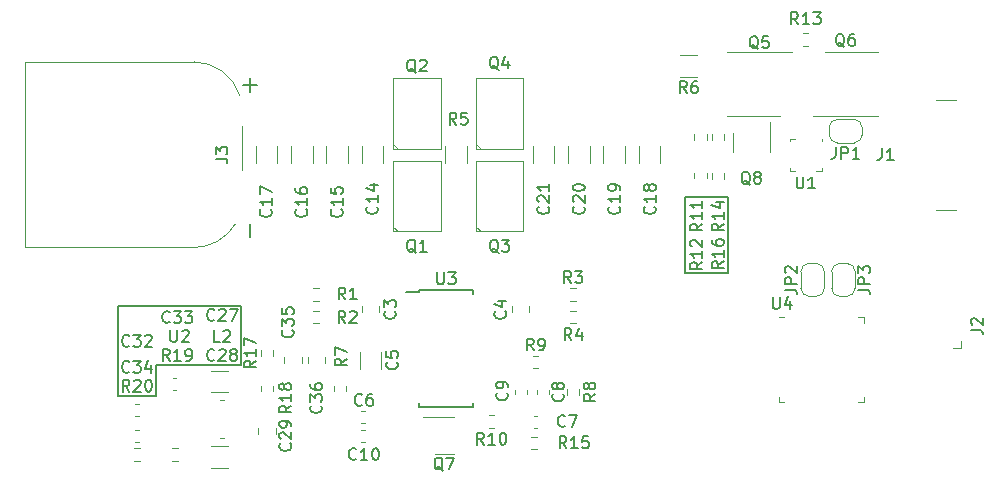
<source format=gbr>
%TF.GenerationSoftware,KiCad,Pcbnew,7.0.8*%
%TF.CreationDate,2024-04-26T14:47:41-04:00*%
%TF.ProjectId,PD Charger,50442043-6861-4726-9765-722e6b696361,rev?*%
%TF.SameCoordinates,Original*%
%TF.FileFunction,Legend,Top*%
%TF.FilePolarity,Positive*%
%FSLAX46Y46*%
G04 Gerber Fmt 4.6, Leading zero omitted, Abs format (unit mm)*
G04 Created by KiCad (PCBNEW 7.0.8) date 2024-04-26 14:47:41*
%MOMM*%
%LPD*%
G01*
G04 APERTURE LIST*
%ADD10C,0.150000*%
%ADD11C,0.120000*%
%ADD12C,0.100000*%
G04 APERTURE END LIST*
D10*
X60200000Y-35000000D02*
X63800000Y-35000000D01*
X63800000Y-28600000D02*
X60200000Y-28600000D01*
X12200000Y-45400000D02*
X15200000Y-45400000D01*
X22600000Y-37800000D02*
X12200000Y-37800000D01*
X15400000Y-42800000D02*
X22600000Y-42800000D01*
X63800000Y-35000000D02*
X63800000Y-28600000D01*
X22600000Y-42800000D02*
X22600000Y-37800000D01*
X15200000Y-45400000D02*
X15400000Y-45400000D01*
X12200000Y-40000000D02*
X12200000Y-45400000D01*
X12200000Y-37800000D02*
X12200000Y-40000000D01*
X60200000Y-28600000D02*
X60200000Y-35000000D01*
X15400000Y-45400000D02*
X15400000Y-42800000D01*
X13157142Y-41159580D02*
X13109523Y-41207200D01*
X13109523Y-41207200D02*
X12966666Y-41254819D01*
X12966666Y-41254819D02*
X12871428Y-41254819D01*
X12871428Y-41254819D02*
X12728571Y-41207200D01*
X12728571Y-41207200D02*
X12633333Y-41111961D01*
X12633333Y-41111961D02*
X12585714Y-41016723D01*
X12585714Y-41016723D02*
X12538095Y-40826247D01*
X12538095Y-40826247D02*
X12538095Y-40683390D01*
X12538095Y-40683390D02*
X12585714Y-40492914D01*
X12585714Y-40492914D02*
X12633333Y-40397676D01*
X12633333Y-40397676D02*
X12728571Y-40302438D01*
X12728571Y-40302438D02*
X12871428Y-40254819D01*
X12871428Y-40254819D02*
X12966666Y-40254819D01*
X12966666Y-40254819D02*
X13109523Y-40302438D01*
X13109523Y-40302438D02*
X13157142Y-40350057D01*
X13490476Y-40254819D02*
X14109523Y-40254819D01*
X14109523Y-40254819D02*
X13776190Y-40635771D01*
X13776190Y-40635771D02*
X13919047Y-40635771D01*
X13919047Y-40635771D02*
X14014285Y-40683390D01*
X14014285Y-40683390D02*
X14061904Y-40731009D01*
X14061904Y-40731009D02*
X14109523Y-40826247D01*
X14109523Y-40826247D02*
X14109523Y-41064342D01*
X14109523Y-41064342D02*
X14061904Y-41159580D01*
X14061904Y-41159580D02*
X14014285Y-41207200D01*
X14014285Y-41207200D02*
X13919047Y-41254819D01*
X13919047Y-41254819D02*
X13633333Y-41254819D01*
X13633333Y-41254819D02*
X13538095Y-41207200D01*
X13538095Y-41207200D02*
X13490476Y-41159580D01*
X14490476Y-40350057D02*
X14538095Y-40302438D01*
X14538095Y-40302438D02*
X14633333Y-40254819D01*
X14633333Y-40254819D02*
X14871428Y-40254819D01*
X14871428Y-40254819D02*
X14966666Y-40302438D01*
X14966666Y-40302438D02*
X15014285Y-40350057D01*
X15014285Y-40350057D02*
X15061904Y-40445295D01*
X15061904Y-40445295D02*
X15061904Y-40540533D01*
X15061904Y-40540533D02*
X15014285Y-40683390D01*
X15014285Y-40683390D02*
X14442857Y-41254819D01*
X14442857Y-41254819D02*
X15061904Y-41254819D01*
X39198095Y-34966069D02*
X39198095Y-35775592D01*
X39198095Y-35775592D02*
X39245714Y-35870830D01*
X39245714Y-35870830D02*
X39293333Y-35918450D01*
X39293333Y-35918450D02*
X39388571Y-35966069D01*
X39388571Y-35966069D02*
X39579047Y-35966069D01*
X39579047Y-35966069D02*
X39674285Y-35918450D01*
X39674285Y-35918450D02*
X39721904Y-35870830D01*
X39721904Y-35870830D02*
X39769523Y-35775592D01*
X39769523Y-35775592D02*
X39769523Y-34966069D01*
X40150476Y-34966069D02*
X40769523Y-34966069D01*
X40769523Y-34966069D02*
X40436190Y-35347021D01*
X40436190Y-35347021D02*
X40579047Y-35347021D01*
X40579047Y-35347021D02*
X40674285Y-35394640D01*
X40674285Y-35394640D02*
X40721904Y-35442259D01*
X40721904Y-35442259D02*
X40769523Y-35537497D01*
X40769523Y-35537497D02*
X40769523Y-35775592D01*
X40769523Y-35775592D02*
X40721904Y-35870830D01*
X40721904Y-35870830D02*
X40674285Y-35918450D01*
X40674285Y-35918450D02*
X40579047Y-35966069D01*
X40579047Y-35966069D02*
X40293333Y-35966069D01*
X40293333Y-35966069D02*
X40198095Y-35918450D01*
X40198095Y-35918450D02*
X40150476Y-35870830D01*
X44954580Y-38266666D02*
X45002200Y-38314285D01*
X45002200Y-38314285D02*
X45049819Y-38457142D01*
X45049819Y-38457142D02*
X45049819Y-38552380D01*
X45049819Y-38552380D02*
X45002200Y-38695237D01*
X45002200Y-38695237D02*
X44906961Y-38790475D01*
X44906961Y-38790475D02*
X44811723Y-38838094D01*
X44811723Y-38838094D02*
X44621247Y-38885713D01*
X44621247Y-38885713D02*
X44478390Y-38885713D01*
X44478390Y-38885713D02*
X44287914Y-38838094D01*
X44287914Y-38838094D02*
X44192676Y-38790475D01*
X44192676Y-38790475D02*
X44097438Y-38695237D01*
X44097438Y-38695237D02*
X44049819Y-38552380D01*
X44049819Y-38552380D02*
X44049819Y-38457142D01*
X44049819Y-38457142D02*
X44097438Y-38314285D01*
X44097438Y-38314285D02*
X44145057Y-38266666D01*
X44383152Y-37409523D02*
X45049819Y-37409523D01*
X44002200Y-37647618D02*
X44716485Y-37885713D01*
X44716485Y-37885713D02*
X44716485Y-37266666D01*
X13157142Y-45054819D02*
X12823809Y-44578628D01*
X12585714Y-45054819D02*
X12585714Y-44054819D01*
X12585714Y-44054819D02*
X12966666Y-44054819D01*
X12966666Y-44054819D02*
X13061904Y-44102438D01*
X13061904Y-44102438D02*
X13109523Y-44150057D01*
X13109523Y-44150057D02*
X13157142Y-44245295D01*
X13157142Y-44245295D02*
X13157142Y-44388152D01*
X13157142Y-44388152D02*
X13109523Y-44483390D01*
X13109523Y-44483390D02*
X13061904Y-44531009D01*
X13061904Y-44531009D02*
X12966666Y-44578628D01*
X12966666Y-44578628D02*
X12585714Y-44578628D01*
X13538095Y-44150057D02*
X13585714Y-44102438D01*
X13585714Y-44102438D02*
X13680952Y-44054819D01*
X13680952Y-44054819D02*
X13919047Y-44054819D01*
X13919047Y-44054819D02*
X14014285Y-44102438D01*
X14014285Y-44102438D02*
X14061904Y-44150057D01*
X14061904Y-44150057D02*
X14109523Y-44245295D01*
X14109523Y-44245295D02*
X14109523Y-44340533D01*
X14109523Y-44340533D02*
X14061904Y-44483390D01*
X14061904Y-44483390D02*
X13490476Y-45054819D01*
X13490476Y-45054819D02*
X14109523Y-45054819D01*
X14728571Y-44054819D02*
X14823809Y-44054819D01*
X14823809Y-44054819D02*
X14919047Y-44102438D01*
X14919047Y-44102438D02*
X14966666Y-44150057D01*
X14966666Y-44150057D02*
X15014285Y-44245295D01*
X15014285Y-44245295D02*
X15061904Y-44435771D01*
X15061904Y-44435771D02*
X15061904Y-44673866D01*
X15061904Y-44673866D02*
X15014285Y-44864342D01*
X15014285Y-44864342D02*
X14966666Y-44959580D01*
X14966666Y-44959580D02*
X14919047Y-45007200D01*
X14919047Y-45007200D02*
X14823809Y-45054819D01*
X14823809Y-45054819D02*
X14728571Y-45054819D01*
X14728571Y-45054819D02*
X14633333Y-45007200D01*
X14633333Y-45007200D02*
X14585714Y-44959580D01*
X14585714Y-44959580D02*
X14538095Y-44864342D01*
X14538095Y-44864342D02*
X14490476Y-44673866D01*
X14490476Y-44673866D02*
X14490476Y-44435771D01*
X14490476Y-44435771D02*
X14538095Y-44245295D01*
X14538095Y-44245295D02*
X14585714Y-44150057D01*
X14585714Y-44150057D02*
X14633333Y-44102438D01*
X14633333Y-44102438D02*
X14728571Y-44054819D01*
X68654819Y-36433333D02*
X69369104Y-36433333D01*
X69369104Y-36433333D02*
X69511961Y-36480952D01*
X69511961Y-36480952D02*
X69607200Y-36576190D01*
X69607200Y-36576190D02*
X69654819Y-36719047D01*
X69654819Y-36719047D02*
X69654819Y-36814285D01*
X69654819Y-35957142D02*
X68654819Y-35957142D01*
X68654819Y-35957142D02*
X68654819Y-35576190D01*
X68654819Y-35576190D02*
X68702438Y-35480952D01*
X68702438Y-35480952D02*
X68750057Y-35433333D01*
X68750057Y-35433333D02*
X68845295Y-35385714D01*
X68845295Y-35385714D02*
X68988152Y-35385714D01*
X68988152Y-35385714D02*
X69083390Y-35433333D01*
X69083390Y-35433333D02*
X69131009Y-35480952D01*
X69131009Y-35480952D02*
X69178628Y-35576190D01*
X69178628Y-35576190D02*
X69178628Y-35957142D01*
X68750057Y-35004761D02*
X68702438Y-34957142D01*
X68702438Y-34957142D02*
X68654819Y-34861904D01*
X68654819Y-34861904D02*
X68654819Y-34623809D01*
X68654819Y-34623809D02*
X68702438Y-34528571D01*
X68702438Y-34528571D02*
X68750057Y-34480952D01*
X68750057Y-34480952D02*
X68845295Y-34433333D01*
X68845295Y-34433333D02*
X68940533Y-34433333D01*
X68940533Y-34433333D02*
X69083390Y-34480952D01*
X69083390Y-34480952D02*
X69654819Y-35052380D01*
X69654819Y-35052380D02*
X69654819Y-34433333D01*
X31433333Y-37254819D02*
X31100000Y-36778628D01*
X30861905Y-37254819D02*
X30861905Y-36254819D01*
X30861905Y-36254819D02*
X31242857Y-36254819D01*
X31242857Y-36254819D02*
X31338095Y-36302438D01*
X31338095Y-36302438D02*
X31385714Y-36350057D01*
X31385714Y-36350057D02*
X31433333Y-36445295D01*
X31433333Y-36445295D02*
X31433333Y-36588152D01*
X31433333Y-36588152D02*
X31385714Y-36683390D01*
X31385714Y-36683390D02*
X31338095Y-36731009D01*
X31338095Y-36731009D02*
X31242857Y-36778628D01*
X31242857Y-36778628D02*
X30861905Y-36778628D01*
X32385714Y-37254819D02*
X31814286Y-37254819D01*
X32100000Y-37254819D02*
X32100000Y-36254819D01*
X32100000Y-36254819D02*
X32004762Y-36397676D01*
X32004762Y-36397676D02*
X31909524Y-36492914D01*
X31909524Y-36492914D02*
X31814286Y-36540533D01*
X16613096Y-39854819D02*
X16613096Y-40664342D01*
X16613096Y-40664342D02*
X16660715Y-40759580D01*
X16660715Y-40759580D02*
X16708334Y-40807200D01*
X16708334Y-40807200D02*
X16803572Y-40854819D01*
X16803572Y-40854819D02*
X16994048Y-40854819D01*
X16994048Y-40854819D02*
X17089286Y-40807200D01*
X17089286Y-40807200D02*
X17136905Y-40759580D01*
X17136905Y-40759580D02*
X17184524Y-40664342D01*
X17184524Y-40664342D02*
X17184524Y-39854819D01*
X17613096Y-39950057D02*
X17660715Y-39902438D01*
X17660715Y-39902438D02*
X17755953Y-39854819D01*
X17755953Y-39854819D02*
X17994048Y-39854819D01*
X17994048Y-39854819D02*
X18089286Y-39902438D01*
X18089286Y-39902438D02*
X18136905Y-39950057D01*
X18136905Y-39950057D02*
X18184524Y-40045295D01*
X18184524Y-40045295D02*
X18184524Y-40140533D01*
X18184524Y-40140533D02*
X18136905Y-40283390D01*
X18136905Y-40283390D02*
X17565477Y-40854819D01*
X17565477Y-40854819D02*
X18184524Y-40854819D01*
X61654819Y-30842857D02*
X61178628Y-31176190D01*
X61654819Y-31414285D02*
X60654819Y-31414285D01*
X60654819Y-31414285D02*
X60654819Y-31033333D01*
X60654819Y-31033333D02*
X60702438Y-30938095D01*
X60702438Y-30938095D02*
X60750057Y-30890476D01*
X60750057Y-30890476D02*
X60845295Y-30842857D01*
X60845295Y-30842857D02*
X60988152Y-30842857D01*
X60988152Y-30842857D02*
X61083390Y-30890476D01*
X61083390Y-30890476D02*
X61131009Y-30938095D01*
X61131009Y-30938095D02*
X61178628Y-31033333D01*
X61178628Y-31033333D02*
X61178628Y-31414285D01*
X61654819Y-29890476D02*
X61654819Y-30461904D01*
X61654819Y-30176190D02*
X60654819Y-30176190D01*
X60654819Y-30176190D02*
X60797676Y-30271428D01*
X60797676Y-30271428D02*
X60892914Y-30366666D01*
X60892914Y-30366666D02*
X60940533Y-30461904D01*
X61654819Y-28938095D02*
X61654819Y-29509523D01*
X61654819Y-29223809D02*
X60654819Y-29223809D01*
X60654819Y-29223809D02*
X60797676Y-29319047D01*
X60797676Y-29319047D02*
X60892914Y-29414285D01*
X60892914Y-29414285D02*
X60940533Y-29509523D01*
X57609580Y-29392857D02*
X57657200Y-29440476D01*
X57657200Y-29440476D02*
X57704819Y-29583333D01*
X57704819Y-29583333D02*
X57704819Y-29678571D01*
X57704819Y-29678571D02*
X57657200Y-29821428D01*
X57657200Y-29821428D02*
X57561961Y-29916666D01*
X57561961Y-29916666D02*
X57466723Y-29964285D01*
X57466723Y-29964285D02*
X57276247Y-30011904D01*
X57276247Y-30011904D02*
X57133390Y-30011904D01*
X57133390Y-30011904D02*
X56942914Y-29964285D01*
X56942914Y-29964285D02*
X56847676Y-29916666D01*
X56847676Y-29916666D02*
X56752438Y-29821428D01*
X56752438Y-29821428D02*
X56704819Y-29678571D01*
X56704819Y-29678571D02*
X56704819Y-29583333D01*
X56704819Y-29583333D02*
X56752438Y-29440476D01*
X56752438Y-29440476D02*
X56800057Y-29392857D01*
X57704819Y-28440476D02*
X57704819Y-29011904D01*
X57704819Y-28726190D02*
X56704819Y-28726190D01*
X56704819Y-28726190D02*
X56847676Y-28821428D01*
X56847676Y-28821428D02*
X56942914Y-28916666D01*
X56942914Y-28916666D02*
X56990533Y-29011904D01*
X57133390Y-27869047D02*
X57085771Y-27964285D01*
X57085771Y-27964285D02*
X57038152Y-28011904D01*
X57038152Y-28011904D02*
X56942914Y-28059523D01*
X56942914Y-28059523D02*
X56895295Y-28059523D01*
X56895295Y-28059523D02*
X56800057Y-28011904D01*
X56800057Y-28011904D02*
X56752438Y-27964285D01*
X56752438Y-27964285D02*
X56704819Y-27869047D01*
X56704819Y-27869047D02*
X56704819Y-27678571D01*
X56704819Y-27678571D02*
X56752438Y-27583333D01*
X56752438Y-27583333D02*
X56800057Y-27535714D01*
X56800057Y-27535714D02*
X56895295Y-27488095D01*
X56895295Y-27488095D02*
X56942914Y-27488095D01*
X56942914Y-27488095D02*
X57038152Y-27535714D01*
X57038152Y-27535714D02*
X57085771Y-27583333D01*
X57085771Y-27583333D02*
X57133390Y-27678571D01*
X57133390Y-27678571D02*
X57133390Y-27869047D01*
X57133390Y-27869047D02*
X57181009Y-27964285D01*
X57181009Y-27964285D02*
X57228628Y-28011904D01*
X57228628Y-28011904D02*
X57323866Y-28059523D01*
X57323866Y-28059523D02*
X57514342Y-28059523D01*
X57514342Y-28059523D02*
X57609580Y-28011904D01*
X57609580Y-28011904D02*
X57657200Y-27964285D01*
X57657200Y-27964285D02*
X57704819Y-27869047D01*
X57704819Y-27869047D02*
X57704819Y-27678571D01*
X57704819Y-27678571D02*
X57657200Y-27583333D01*
X57657200Y-27583333D02*
X57609580Y-27535714D01*
X57609580Y-27535714D02*
X57514342Y-27488095D01*
X57514342Y-27488095D02*
X57323866Y-27488095D01*
X57323866Y-27488095D02*
X57228628Y-27535714D01*
X57228628Y-27535714D02*
X57181009Y-27583333D01*
X57181009Y-27583333D02*
X57133390Y-27678571D01*
X69638095Y-26854819D02*
X69638095Y-27664342D01*
X69638095Y-27664342D02*
X69685714Y-27759580D01*
X69685714Y-27759580D02*
X69733333Y-27807200D01*
X69733333Y-27807200D02*
X69828571Y-27854819D01*
X69828571Y-27854819D02*
X70019047Y-27854819D01*
X70019047Y-27854819D02*
X70114285Y-27807200D01*
X70114285Y-27807200D02*
X70161904Y-27759580D01*
X70161904Y-27759580D02*
X70209523Y-27664342D01*
X70209523Y-27664342D02*
X70209523Y-26854819D01*
X71209523Y-27854819D02*
X70638095Y-27854819D01*
X70923809Y-27854819D02*
X70923809Y-26854819D01*
X70923809Y-26854819D02*
X70828571Y-26997676D01*
X70828571Y-26997676D02*
X70733333Y-27092914D01*
X70733333Y-27092914D02*
X70638095Y-27140533D01*
X48609580Y-29392857D02*
X48657200Y-29440476D01*
X48657200Y-29440476D02*
X48704819Y-29583333D01*
X48704819Y-29583333D02*
X48704819Y-29678571D01*
X48704819Y-29678571D02*
X48657200Y-29821428D01*
X48657200Y-29821428D02*
X48561961Y-29916666D01*
X48561961Y-29916666D02*
X48466723Y-29964285D01*
X48466723Y-29964285D02*
X48276247Y-30011904D01*
X48276247Y-30011904D02*
X48133390Y-30011904D01*
X48133390Y-30011904D02*
X47942914Y-29964285D01*
X47942914Y-29964285D02*
X47847676Y-29916666D01*
X47847676Y-29916666D02*
X47752438Y-29821428D01*
X47752438Y-29821428D02*
X47704819Y-29678571D01*
X47704819Y-29678571D02*
X47704819Y-29583333D01*
X47704819Y-29583333D02*
X47752438Y-29440476D01*
X47752438Y-29440476D02*
X47800057Y-29392857D01*
X47800057Y-29011904D02*
X47752438Y-28964285D01*
X47752438Y-28964285D02*
X47704819Y-28869047D01*
X47704819Y-28869047D02*
X47704819Y-28630952D01*
X47704819Y-28630952D02*
X47752438Y-28535714D01*
X47752438Y-28535714D02*
X47800057Y-28488095D01*
X47800057Y-28488095D02*
X47895295Y-28440476D01*
X47895295Y-28440476D02*
X47990533Y-28440476D01*
X47990533Y-28440476D02*
X48133390Y-28488095D01*
X48133390Y-28488095D02*
X48704819Y-29059523D01*
X48704819Y-29059523D02*
X48704819Y-28440476D01*
X48704819Y-27488095D02*
X48704819Y-28059523D01*
X48704819Y-27773809D02*
X47704819Y-27773809D01*
X47704819Y-27773809D02*
X47847676Y-27869047D01*
X47847676Y-27869047D02*
X47942914Y-27964285D01*
X47942914Y-27964285D02*
X47990533Y-28059523D01*
X50553333Y-35854819D02*
X50220000Y-35378628D01*
X49981905Y-35854819D02*
X49981905Y-34854819D01*
X49981905Y-34854819D02*
X50362857Y-34854819D01*
X50362857Y-34854819D02*
X50458095Y-34902438D01*
X50458095Y-34902438D02*
X50505714Y-34950057D01*
X50505714Y-34950057D02*
X50553333Y-35045295D01*
X50553333Y-35045295D02*
X50553333Y-35188152D01*
X50553333Y-35188152D02*
X50505714Y-35283390D01*
X50505714Y-35283390D02*
X50458095Y-35331009D01*
X50458095Y-35331009D02*
X50362857Y-35378628D01*
X50362857Y-35378628D02*
X49981905Y-35378628D01*
X50886667Y-34854819D02*
X51505714Y-34854819D01*
X51505714Y-34854819D02*
X51172381Y-35235771D01*
X51172381Y-35235771D02*
X51315238Y-35235771D01*
X51315238Y-35235771D02*
X51410476Y-35283390D01*
X51410476Y-35283390D02*
X51458095Y-35331009D01*
X51458095Y-35331009D02*
X51505714Y-35426247D01*
X51505714Y-35426247D02*
X51505714Y-35664342D01*
X51505714Y-35664342D02*
X51458095Y-35759580D01*
X51458095Y-35759580D02*
X51410476Y-35807200D01*
X51410476Y-35807200D02*
X51315238Y-35854819D01*
X51315238Y-35854819D02*
X51029524Y-35854819D01*
X51029524Y-35854819D02*
X50934286Y-35807200D01*
X50934286Y-35807200D02*
X50886667Y-35759580D01*
X34109580Y-29392857D02*
X34157200Y-29440476D01*
X34157200Y-29440476D02*
X34204819Y-29583333D01*
X34204819Y-29583333D02*
X34204819Y-29678571D01*
X34204819Y-29678571D02*
X34157200Y-29821428D01*
X34157200Y-29821428D02*
X34061961Y-29916666D01*
X34061961Y-29916666D02*
X33966723Y-29964285D01*
X33966723Y-29964285D02*
X33776247Y-30011904D01*
X33776247Y-30011904D02*
X33633390Y-30011904D01*
X33633390Y-30011904D02*
X33442914Y-29964285D01*
X33442914Y-29964285D02*
X33347676Y-29916666D01*
X33347676Y-29916666D02*
X33252438Y-29821428D01*
X33252438Y-29821428D02*
X33204819Y-29678571D01*
X33204819Y-29678571D02*
X33204819Y-29583333D01*
X33204819Y-29583333D02*
X33252438Y-29440476D01*
X33252438Y-29440476D02*
X33300057Y-29392857D01*
X34204819Y-28440476D02*
X34204819Y-29011904D01*
X34204819Y-28726190D02*
X33204819Y-28726190D01*
X33204819Y-28726190D02*
X33347676Y-28821428D01*
X33347676Y-28821428D02*
X33442914Y-28916666D01*
X33442914Y-28916666D02*
X33490533Y-29011904D01*
X33538152Y-27583333D02*
X34204819Y-27583333D01*
X33157200Y-27821428D02*
X33871485Y-28059523D01*
X33871485Y-28059523D02*
X33871485Y-27440476D01*
X28109580Y-29642857D02*
X28157200Y-29690476D01*
X28157200Y-29690476D02*
X28204819Y-29833333D01*
X28204819Y-29833333D02*
X28204819Y-29928571D01*
X28204819Y-29928571D02*
X28157200Y-30071428D01*
X28157200Y-30071428D02*
X28061961Y-30166666D01*
X28061961Y-30166666D02*
X27966723Y-30214285D01*
X27966723Y-30214285D02*
X27776247Y-30261904D01*
X27776247Y-30261904D02*
X27633390Y-30261904D01*
X27633390Y-30261904D02*
X27442914Y-30214285D01*
X27442914Y-30214285D02*
X27347676Y-30166666D01*
X27347676Y-30166666D02*
X27252438Y-30071428D01*
X27252438Y-30071428D02*
X27204819Y-29928571D01*
X27204819Y-29928571D02*
X27204819Y-29833333D01*
X27204819Y-29833333D02*
X27252438Y-29690476D01*
X27252438Y-29690476D02*
X27300057Y-29642857D01*
X28204819Y-28690476D02*
X28204819Y-29261904D01*
X28204819Y-28976190D02*
X27204819Y-28976190D01*
X27204819Y-28976190D02*
X27347676Y-29071428D01*
X27347676Y-29071428D02*
X27442914Y-29166666D01*
X27442914Y-29166666D02*
X27490533Y-29261904D01*
X27204819Y-27833333D02*
X27204819Y-28023809D01*
X27204819Y-28023809D02*
X27252438Y-28119047D01*
X27252438Y-28119047D02*
X27300057Y-28166666D01*
X27300057Y-28166666D02*
X27442914Y-28261904D01*
X27442914Y-28261904D02*
X27633390Y-28309523D01*
X27633390Y-28309523D02*
X28014342Y-28309523D01*
X28014342Y-28309523D02*
X28109580Y-28261904D01*
X28109580Y-28261904D02*
X28157200Y-28214285D01*
X28157200Y-28214285D02*
X28204819Y-28119047D01*
X28204819Y-28119047D02*
X28204819Y-27928571D01*
X28204819Y-27928571D02*
X28157200Y-27833333D01*
X28157200Y-27833333D02*
X28109580Y-27785714D01*
X28109580Y-27785714D02*
X28014342Y-27738095D01*
X28014342Y-27738095D02*
X27776247Y-27738095D01*
X27776247Y-27738095D02*
X27681009Y-27785714D01*
X27681009Y-27785714D02*
X27633390Y-27833333D01*
X27633390Y-27833333D02*
X27585771Y-27928571D01*
X27585771Y-27928571D02*
X27585771Y-28119047D01*
X27585771Y-28119047D02*
X27633390Y-28214285D01*
X27633390Y-28214285D02*
X27681009Y-28261904D01*
X27681009Y-28261904D02*
X27776247Y-28309523D01*
X37404761Y-33300057D02*
X37309523Y-33252438D01*
X37309523Y-33252438D02*
X37214285Y-33157200D01*
X37214285Y-33157200D02*
X37071428Y-33014342D01*
X37071428Y-33014342D02*
X36976190Y-32966723D01*
X36976190Y-32966723D02*
X36880952Y-32966723D01*
X36928571Y-33204819D02*
X36833333Y-33157200D01*
X36833333Y-33157200D02*
X36738095Y-33061961D01*
X36738095Y-33061961D02*
X36690476Y-32871485D01*
X36690476Y-32871485D02*
X36690476Y-32538152D01*
X36690476Y-32538152D02*
X36738095Y-32347676D01*
X36738095Y-32347676D02*
X36833333Y-32252438D01*
X36833333Y-32252438D02*
X36928571Y-32204819D01*
X36928571Y-32204819D02*
X37119047Y-32204819D01*
X37119047Y-32204819D02*
X37214285Y-32252438D01*
X37214285Y-32252438D02*
X37309523Y-32347676D01*
X37309523Y-32347676D02*
X37357142Y-32538152D01*
X37357142Y-32538152D02*
X37357142Y-32871485D01*
X37357142Y-32871485D02*
X37309523Y-33061961D01*
X37309523Y-33061961D02*
X37214285Y-33157200D01*
X37214285Y-33157200D02*
X37119047Y-33204819D01*
X37119047Y-33204819D02*
X36928571Y-33204819D01*
X38309523Y-33204819D02*
X37738095Y-33204819D01*
X38023809Y-33204819D02*
X38023809Y-32204819D01*
X38023809Y-32204819D02*
X37928571Y-32347676D01*
X37928571Y-32347676D02*
X37833333Y-32442914D01*
X37833333Y-32442914D02*
X37738095Y-32490533D01*
X69762142Y-13954819D02*
X69428809Y-13478628D01*
X69190714Y-13954819D02*
X69190714Y-12954819D01*
X69190714Y-12954819D02*
X69571666Y-12954819D01*
X69571666Y-12954819D02*
X69666904Y-13002438D01*
X69666904Y-13002438D02*
X69714523Y-13050057D01*
X69714523Y-13050057D02*
X69762142Y-13145295D01*
X69762142Y-13145295D02*
X69762142Y-13288152D01*
X69762142Y-13288152D02*
X69714523Y-13383390D01*
X69714523Y-13383390D02*
X69666904Y-13431009D01*
X69666904Y-13431009D02*
X69571666Y-13478628D01*
X69571666Y-13478628D02*
X69190714Y-13478628D01*
X70714523Y-13954819D02*
X70143095Y-13954819D01*
X70428809Y-13954819D02*
X70428809Y-12954819D01*
X70428809Y-12954819D02*
X70333571Y-13097676D01*
X70333571Y-13097676D02*
X70238333Y-13192914D01*
X70238333Y-13192914D02*
X70143095Y-13240533D01*
X71047857Y-12954819D02*
X71666904Y-12954819D01*
X71666904Y-12954819D02*
X71333571Y-13335771D01*
X71333571Y-13335771D02*
X71476428Y-13335771D01*
X71476428Y-13335771D02*
X71571666Y-13383390D01*
X71571666Y-13383390D02*
X71619285Y-13431009D01*
X71619285Y-13431009D02*
X71666904Y-13526247D01*
X71666904Y-13526247D02*
X71666904Y-13764342D01*
X71666904Y-13764342D02*
X71619285Y-13859580D01*
X71619285Y-13859580D02*
X71571666Y-13907200D01*
X71571666Y-13907200D02*
X71476428Y-13954819D01*
X71476428Y-13954819D02*
X71190714Y-13954819D01*
X71190714Y-13954819D02*
X71095476Y-13907200D01*
X71095476Y-13907200D02*
X71047857Y-13859580D01*
X32833333Y-46159580D02*
X32785714Y-46207200D01*
X32785714Y-46207200D02*
X32642857Y-46254819D01*
X32642857Y-46254819D02*
X32547619Y-46254819D01*
X32547619Y-46254819D02*
X32404762Y-46207200D01*
X32404762Y-46207200D02*
X32309524Y-46111961D01*
X32309524Y-46111961D02*
X32261905Y-46016723D01*
X32261905Y-46016723D02*
X32214286Y-45826247D01*
X32214286Y-45826247D02*
X32214286Y-45683390D01*
X32214286Y-45683390D02*
X32261905Y-45492914D01*
X32261905Y-45492914D02*
X32309524Y-45397676D01*
X32309524Y-45397676D02*
X32404762Y-45302438D01*
X32404762Y-45302438D02*
X32547619Y-45254819D01*
X32547619Y-45254819D02*
X32642857Y-45254819D01*
X32642857Y-45254819D02*
X32785714Y-45302438D01*
X32785714Y-45302438D02*
X32833333Y-45350057D01*
X33690476Y-45254819D02*
X33500000Y-45254819D01*
X33500000Y-45254819D02*
X33404762Y-45302438D01*
X33404762Y-45302438D02*
X33357143Y-45350057D01*
X33357143Y-45350057D02*
X33261905Y-45492914D01*
X33261905Y-45492914D02*
X33214286Y-45683390D01*
X33214286Y-45683390D02*
X33214286Y-46064342D01*
X33214286Y-46064342D02*
X33261905Y-46159580D01*
X33261905Y-46159580D02*
X33309524Y-46207200D01*
X33309524Y-46207200D02*
X33404762Y-46254819D01*
X33404762Y-46254819D02*
X33595238Y-46254819D01*
X33595238Y-46254819D02*
X33690476Y-46207200D01*
X33690476Y-46207200D02*
X33738095Y-46159580D01*
X33738095Y-46159580D02*
X33785714Y-46064342D01*
X33785714Y-46064342D02*
X33785714Y-45826247D01*
X33785714Y-45826247D02*
X33738095Y-45731009D01*
X33738095Y-45731009D02*
X33690476Y-45683390D01*
X33690476Y-45683390D02*
X33595238Y-45635771D01*
X33595238Y-45635771D02*
X33404762Y-45635771D01*
X33404762Y-45635771D02*
X33309524Y-45683390D01*
X33309524Y-45683390D02*
X33261905Y-45731009D01*
X33261905Y-45731009D02*
X33214286Y-45826247D01*
X40833333Y-22454819D02*
X40500000Y-21978628D01*
X40261905Y-22454819D02*
X40261905Y-21454819D01*
X40261905Y-21454819D02*
X40642857Y-21454819D01*
X40642857Y-21454819D02*
X40738095Y-21502438D01*
X40738095Y-21502438D02*
X40785714Y-21550057D01*
X40785714Y-21550057D02*
X40833333Y-21645295D01*
X40833333Y-21645295D02*
X40833333Y-21788152D01*
X40833333Y-21788152D02*
X40785714Y-21883390D01*
X40785714Y-21883390D02*
X40738095Y-21931009D01*
X40738095Y-21931009D02*
X40642857Y-21978628D01*
X40642857Y-21978628D02*
X40261905Y-21978628D01*
X41738095Y-21454819D02*
X41261905Y-21454819D01*
X41261905Y-21454819D02*
X41214286Y-21931009D01*
X41214286Y-21931009D02*
X41261905Y-21883390D01*
X41261905Y-21883390D02*
X41357143Y-21835771D01*
X41357143Y-21835771D02*
X41595238Y-21835771D01*
X41595238Y-21835771D02*
X41690476Y-21883390D01*
X41690476Y-21883390D02*
X41738095Y-21931009D01*
X41738095Y-21931009D02*
X41785714Y-22026247D01*
X41785714Y-22026247D02*
X41785714Y-22264342D01*
X41785714Y-22264342D02*
X41738095Y-22359580D01*
X41738095Y-22359580D02*
X41690476Y-22407200D01*
X41690476Y-22407200D02*
X41595238Y-22454819D01*
X41595238Y-22454819D02*
X41357143Y-22454819D01*
X41357143Y-22454819D02*
X41261905Y-22407200D01*
X41261905Y-22407200D02*
X41214286Y-22359580D01*
X31433333Y-39254819D02*
X31100000Y-38778628D01*
X30861905Y-39254819D02*
X30861905Y-38254819D01*
X30861905Y-38254819D02*
X31242857Y-38254819D01*
X31242857Y-38254819D02*
X31338095Y-38302438D01*
X31338095Y-38302438D02*
X31385714Y-38350057D01*
X31385714Y-38350057D02*
X31433333Y-38445295D01*
X31433333Y-38445295D02*
X31433333Y-38588152D01*
X31433333Y-38588152D02*
X31385714Y-38683390D01*
X31385714Y-38683390D02*
X31338095Y-38731009D01*
X31338095Y-38731009D02*
X31242857Y-38778628D01*
X31242857Y-38778628D02*
X30861905Y-38778628D01*
X31814286Y-38350057D02*
X31861905Y-38302438D01*
X31861905Y-38302438D02*
X31957143Y-38254819D01*
X31957143Y-38254819D02*
X32195238Y-38254819D01*
X32195238Y-38254819D02*
X32290476Y-38302438D01*
X32290476Y-38302438D02*
X32338095Y-38350057D01*
X32338095Y-38350057D02*
X32385714Y-38445295D01*
X32385714Y-38445295D02*
X32385714Y-38540533D01*
X32385714Y-38540533D02*
X32338095Y-38683390D01*
X32338095Y-38683390D02*
X31766667Y-39254819D01*
X31766667Y-39254819D02*
X32385714Y-39254819D01*
X63454819Y-30842857D02*
X62978628Y-31176190D01*
X63454819Y-31414285D02*
X62454819Y-31414285D01*
X62454819Y-31414285D02*
X62454819Y-31033333D01*
X62454819Y-31033333D02*
X62502438Y-30938095D01*
X62502438Y-30938095D02*
X62550057Y-30890476D01*
X62550057Y-30890476D02*
X62645295Y-30842857D01*
X62645295Y-30842857D02*
X62788152Y-30842857D01*
X62788152Y-30842857D02*
X62883390Y-30890476D01*
X62883390Y-30890476D02*
X62931009Y-30938095D01*
X62931009Y-30938095D02*
X62978628Y-31033333D01*
X62978628Y-31033333D02*
X62978628Y-31414285D01*
X63454819Y-29890476D02*
X63454819Y-30461904D01*
X63454819Y-30176190D02*
X62454819Y-30176190D01*
X62454819Y-30176190D02*
X62597676Y-30271428D01*
X62597676Y-30271428D02*
X62692914Y-30366666D01*
X62692914Y-30366666D02*
X62740533Y-30461904D01*
X62788152Y-29033333D02*
X63454819Y-29033333D01*
X62407200Y-29271428D02*
X63121485Y-29509523D01*
X63121485Y-29509523D02*
X63121485Y-28890476D01*
X16557142Y-42454819D02*
X16223809Y-41978628D01*
X15985714Y-42454819D02*
X15985714Y-41454819D01*
X15985714Y-41454819D02*
X16366666Y-41454819D01*
X16366666Y-41454819D02*
X16461904Y-41502438D01*
X16461904Y-41502438D02*
X16509523Y-41550057D01*
X16509523Y-41550057D02*
X16557142Y-41645295D01*
X16557142Y-41645295D02*
X16557142Y-41788152D01*
X16557142Y-41788152D02*
X16509523Y-41883390D01*
X16509523Y-41883390D02*
X16461904Y-41931009D01*
X16461904Y-41931009D02*
X16366666Y-41978628D01*
X16366666Y-41978628D02*
X15985714Y-41978628D01*
X17509523Y-42454819D02*
X16938095Y-42454819D01*
X17223809Y-42454819D02*
X17223809Y-41454819D01*
X17223809Y-41454819D02*
X17128571Y-41597676D01*
X17128571Y-41597676D02*
X17033333Y-41692914D01*
X17033333Y-41692914D02*
X16938095Y-41740533D01*
X17985714Y-42454819D02*
X18176190Y-42454819D01*
X18176190Y-42454819D02*
X18271428Y-42407200D01*
X18271428Y-42407200D02*
X18319047Y-42359580D01*
X18319047Y-42359580D02*
X18414285Y-42216723D01*
X18414285Y-42216723D02*
X18461904Y-42026247D01*
X18461904Y-42026247D02*
X18461904Y-41645295D01*
X18461904Y-41645295D02*
X18414285Y-41550057D01*
X18414285Y-41550057D02*
X18366666Y-41502438D01*
X18366666Y-41502438D02*
X18271428Y-41454819D01*
X18271428Y-41454819D02*
X18080952Y-41454819D01*
X18080952Y-41454819D02*
X17985714Y-41502438D01*
X17985714Y-41502438D02*
X17938095Y-41550057D01*
X17938095Y-41550057D02*
X17890476Y-41645295D01*
X17890476Y-41645295D02*
X17890476Y-41883390D01*
X17890476Y-41883390D02*
X17938095Y-41978628D01*
X17938095Y-41978628D02*
X17985714Y-42026247D01*
X17985714Y-42026247D02*
X18080952Y-42073866D01*
X18080952Y-42073866D02*
X18271428Y-42073866D01*
X18271428Y-42073866D02*
X18366666Y-42026247D01*
X18366666Y-42026247D02*
X18414285Y-41978628D01*
X18414285Y-41978628D02*
X18461904Y-41883390D01*
X67638095Y-37054819D02*
X67638095Y-37864342D01*
X67638095Y-37864342D02*
X67685714Y-37959580D01*
X67685714Y-37959580D02*
X67733333Y-38007200D01*
X67733333Y-38007200D02*
X67828571Y-38054819D01*
X67828571Y-38054819D02*
X68019047Y-38054819D01*
X68019047Y-38054819D02*
X68114285Y-38007200D01*
X68114285Y-38007200D02*
X68161904Y-37959580D01*
X68161904Y-37959580D02*
X68209523Y-37864342D01*
X68209523Y-37864342D02*
X68209523Y-37054819D01*
X69114285Y-37388152D02*
X69114285Y-38054819D01*
X68876190Y-37007200D02*
X68638095Y-37721485D01*
X68638095Y-37721485D02*
X69257142Y-37721485D01*
X50033333Y-47959580D02*
X49985714Y-48007200D01*
X49985714Y-48007200D02*
X49842857Y-48054819D01*
X49842857Y-48054819D02*
X49747619Y-48054819D01*
X49747619Y-48054819D02*
X49604762Y-48007200D01*
X49604762Y-48007200D02*
X49509524Y-47911961D01*
X49509524Y-47911961D02*
X49461905Y-47816723D01*
X49461905Y-47816723D02*
X49414286Y-47626247D01*
X49414286Y-47626247D02*
X49414286Y-47483390D01*
X49414286Y-47483390D02*
X49461905Y-47292914D01*
X49461905Y-47292914D02*
X49509524Y-47197676D01*
X49509524Y-47197676D02*
X49604762Y-47102438D01*
X49604762Y-47102438D02*
X49747619Y-47054819D01*
X49747619Y-47054819D02*
X49842857Y-47054819D01*
X49842857Y-47054819D02*
X49985714Y-47102438D01*
X49985714Y-47102438D02*
X50033333Y-47150057D01*
X50366667Y-47054819D02*
X51033333Y-47054819D01*
X51033333Y-47054819D02*
X50604762Y-48054819D01*
X76866666Y-24454819D02*
X76866666Y-25169104D01*
X76866666Y-25169104D02*
X76819047Y-25311961D01*
X76819047Y-25311961D02*
X76723809Y-25407200D01*
X76723809Y-25407200D02*
X76580952Y-25454819D01*
X76580952Y-25454819D02*
X76485714Y-25454819D01*
X77866666Y-25454819D02*
X77295238Y-25454819D01*
X77580952Y-25454819D02*
X77580952Y-24454819D01*
X77580952Y-24454819D02*
X77485714Y-24597676D01*
X77485714Y-24597676D02*
X77390476Y-24692914D01*
X77390476Y-24692914D02*
X77295238Y-24740533D01*
X51609580Y-29392857D02*
X51657200Y-29440476D01*
X51657200Y-29440476D02*
X51704819Y-29583333D01*
X51704819Y-29583333D02*
X51704819Y-29678571D01*
X51704819Y-29678571D02*
X51657200Y-29821428D01*
X51657200Y-29821428D02*
X51561961Y-29916666D01*
X51561961Y-29916666D02*
X51466723Y-29964285D01*
X51466723Y-29964285D02*
X51276247Y-30011904D01*
X51276247Y-30011904D02*
X51133390Y-30011904D01*
X51133390Y-30011904D02*
X50942914Y-29964285D01*
X50942914Y-29964285D02*
X50847676Y-29916666D01*
X50847676Y-29916666D02*
X50752438Y-29821428D01*
X50752438Y-29821428D02*
X50704819Y-29678571D01*
X50704819Y-29678571D02*
X50704819Y-29583333D01*
X50704819Y-29583333D02*
X50752438Y-29440476D01*
X50752438Y-29440476D02*
X50800057Y-29392857D01*
X50800057Y-29011904D02*
X50752438Y-28964285D01*
X50752438Y-28964285D02*
X50704819Y-28869047D01*
X50704819Y-28869047D02*
X50704819Y-28630952D01*
X50704819Y-28630952D02*
X50752438Y-28535714D01*
X50752438Y-28535714D02*
X50800057Y-28488095D01*
X50800057Y-28488095D02*
X50895295Y-28440476D01*
X50895295Y-28440476D02*
X50990533Y-28440476D01*
X50990533Y-28440476D02*
X51133390Y-28488095D01*
X51133390Y-28488095D02*
X51704819Y-29059523D01*
X51704819Y-29059523D02*
X51704819Y-28440476D01*
X50704819Y-27821428D02*
X50704819Y-27726190D01*
X50704819Y-27726190D02*
X50752438Y-27630952D01*
X50752438Y-27630952D02*
X50800057Y-27583333D01*
X50800057Y-27583333D02*
X50895295Y-27535714D01*
X50895295Y-27535714D02*
X51085771Y-27488095D01*
X51085771Y-27488095D02*
X51323866Y-27488095D01*
X51323866Y-27488095D02*
X51514342Y-27535714D01*
X51514342Y-27535714D02*
X51609580Y-27583333D01*
X51609580Y-27583333D02*
X51657200Y-27630952D01*
X51657200Y-27630952D02*
X51704819Y-27726190D01*
X51704819Y-27726190D02*
X51704819Y-27821428D01*
X51704819Y-27821428D02*
X51657200Y-27916666D01*
X51657200Y-27916666D02*
X51609580Y-27964285D01*
X51609580Y-27964285D02*
X51514342Y-28011904D01*
X51514342Y-28011904D02*
X51323866Y-28059523D01*
X51323866Y-28059523D02*
X51085771Y-28059523D01*
X51085771Y-28059523D02*
X50895295Y-28011904D01*
X50895295Y-28011904D02*
X50800057Y-27964285D01*
X50800057Y-27964285D02*
X50752438Y-27916666D01*
X50752438Y-27916666D02*
X50704819Y-27821428D01*
X49859580Y-45251666D02*
X49907200Y-45299285D01*
X49907200Y-45299285D02*
X49954819Y-45442142D01*
X49954819Y-45442142D02*
X49954819Y-45537380D01*
X49954819Y-45537380D02*
X49907200Y-45680237D01*
X49907200Y-45680237D02*
X49811961Y-45775475D01*
X49811961Y-45775475D02*
X49716723Y-45823094D01*
X49716723Y-45823094D02*
X49526247Y-45870713D01*
X49526247Y-45870713D02*
X49383390Y-45870713D01*
X49383390Y-45870713D02*
X49192914Y-45823094D01*
X49192914Y-45823094D02*
X49097676Y-45775475D01*
X49097676Y-45775475D02*
X49002438Y-45680237D01*
X49002438Y-45680237D02*
X48954819Y-45537380D01*
X48954819Y-45537380D02*
X48954819Y-45442142D01*
X48954819Y-45442142D02*
X49002438Y-45299285D01*
X49002438Y-45299285D02*
X49050057Y-45251666D01*
X49383390Y-44680237D02*
X49335771Y-44775475D01*
X49335771Y-44775475D02*
X49288152Y-44823094D01*
X49288152Y-44823094D02*
X49192914Y-44870713D01*
X49192914Y-44870713D02*
X49145295Y-44870713D01*
X49145295Y-44870713D02*
X49050057Y-44823094D01*
X49050057Y-44823094D02*
X49002438Y-44775475D01*
X49002438Y-44775475D02*
X48954819Y-44680237D01*
X48954819Y-44680237D02*
X48954819Y-44489761D01*
X48954819Y-44489761D02*
X49002438Y-44394523D01*
X49002438Y-44394523D02*
X49050057Y-44346904D01*
X49050057Y-44346904D02*
X49145295Y-44299285D01*
X49145295Y-44299285D02*
X49192914Y-44299285D01*
X49192914Y-44299285D02*
X49288152Y-44346904D01*
X49288152Y-44346904D02*
X49335771Y-44394523D01*
X49335771Y-44394523D02*
X49383390Y-44489761D01*
X49383390Y-44489761D02*
X49383390Y-44680237D01*
X49383390Y-44680237D02*
X49431009Y-44775475D01*
X49431009Y-44775475D02*
X49478628Y-44823094D01*
X49478628Y-44823094D02*
X49573866Y-44870713D01*
X49573866Y-44870713D02*
X49764342Y-44870713D01*
X49764342Y-44870713D02*
X49859580Y-44823094D01*
X49859580Y-44823094D02*
X49907200Y-44775475D01*
X49907200Y-44775475D02*
X49954819Y-44680237D01*
X49954819Y-44680237D02*
X49954819Y-44489761D01*
X49954819Y-44489761D02*
X49907200Y-44394523D01*
X49907200Y-44394523D02*
X49859580Y-44346904D01*
X49859580Y-44346904D02*
X49764342Y-44299285D01*
X49764342Y-44299285D02*
X49573866Y-44299285D01*
X49573866Y-44299285D02*
X49478628Y-44346904D01*
X49478628Y-44346904D02*
X49431009Y-44394523D01*
X49431009Y-44394523D02*
X49383390Y-44489761D01*
X13157142Y-43359580D02*
X13109523Y-43407200D01*
X13109523Y-43407200D02*
X12966666Y-43454819D01*
X12966666Y-43454819D02*
X12871428Y-43454819D01*
X12871428Y-43454819D02*
X12728571Y-43407200D01*
X12728571Y-43407200D02*
X12633333Y-43311961D01*
X12633333Y-43311961D02*
X12585714Y-43216723D01*
X12585714Y-43216723D02*
X12538095Y-43026247D01*
X12538095Y-43026247D02*
X12538095Y-42883390D01*
X12538095Y-42883390D02*
X12585714Y-42692914D01*
X12585714Y-42692914D02*
X12633333Y-42597676D01*
X12633333Y-42597676D02*
X12728571Y-42502438D01*
X12728571Y-42502438D02*
X12871428Y-42454819D01*
X12871428Y-42454819D02*
X12966666Y-42454819D01*
X12966666Y-42454819D02*
X13109523Y-42502438D01*
X13109523Y-42502438D02*
X13157142Y-42550057D01*
X13490476Y-42454819D02*
X14109523Y-42454819D01*
X14109523Y-42454819D02*
X13776190Y-42835771D01*
X13776190Y-42835771D02*
X13919047Y-42835771D01*
X13919047Y-42835771D02*
X14014285Y-42883390D01*
X14014285Y-42883390D02*
X14061904Y-42931009D01*
X14061904Y-42931009D02*
X14109523Y-43026247D01*
X14109523Y-43026247D02*
X14109523Y-43264342D01*
X14109523Y-43264342D02*
X14061904Y-43359580D01*
X14061904Y-43359580D02*
X14014285Y-43407200D01*
X14014285Y-43407200D02*
X13919047Y-43454819D01*
X13919047Y-43454819D02*
X13633333Y-43454819D01*
X13633333Y-43454819D02*
X13538095Y-43407200D01*
X13538095Y-43407200D02*
X13490476Y-43359580D01*
X14966666Y-42788152D02*
X14966666Y-43454819D01*
X14728571Y-42407200D02*
X14490476Y-43121485D01*
X14490476Y-43121485D02*
X15109523Y-43121485D01*
X23854819Y-42442857D02*
X23378628Y-42776190D01*
X23854819Y-43014285D02*
X22854819Y-43014285D01*
X22854819Y-43014285D02*
X22854819Y-42633333D01*
X22854819Y-42633333D02*
X22902438Y-42538095D01*
X22902438Y-42538095D02*
X22950057Y-42490476D01*
X22950057Y-42490476D02*
X23045295Y-42442857D01*
X23045295Y-42442857D02*
X23188152Y-42442857D01*
X23188152Y-42442857D02*
X23283390Y-42490476D01*
X23283390Y-42490476D02*
X23331009Y-42538095D01*
X23331009Y-42538095D02*
X23378628Y-42633333D01*
X23378628Y-42633333D02*
X23378628Y-43014285D01*
X23854819Y-41490476D02*
X23854819Y-42061904D01*
X23854819Y-41776190D02*
X22854819Y-41776190D01*
X22854819Y-41776190D02*
X22997676Y-41871428D01*
X22997676Y-41871428D02*
X23092914Y-41966666D01*
X23092914Y-41966666D02*
X23140533Y-42061904D01*
X22854819Y-41157142D02*
X22854819Y-40490476D01*
X22854819Y-40490476D02*
X23854819Y-40919047D01*
X50157142Y-49854819D02*
X49823809Y-49378628D01*
X49585714Y-49854819D02*
X49585714Y-48854819D01*
X49585714Y-48854819D02*
X49966666Y-48854819D01*
X49966666Y-48854819D02*
X50061904Y-48902438D01*
X50061904Y-48902438D02*
X50109523Y-48950057D01*
X50109523Y-48950057D02*
X50157142Y-49045295D01*
X50157142Y-49045295D02*
X50157142Y-49188152D01*
X50157142Y-49188152D02*
X50109523Y-49283390D01*
X50109523Y-49283390D02*
X50061904Y-49331009D01*
X50061904Y-49331009D02*
X49966666Y-49378628D01*
X49966666Y-49378628D02*
X49585714Y-49378628D01*
X51109523Y-49854819D02*
X50538095Y-49854819D01*
X50823809Y-49854819D02*
X50823809Y-48854819D01*
X50823809Y-48854819D02*
X50728571Y-48997676D01*
X50728571Y-48997676D02*
X50633333Y-49092914D01*
X50633333Y-49092914D02*
X50538095Y-49140533D01*
X52014285Y-48854819D02*
X51538095Y-48854819D01*
X51538095Y-48854819D02*
X51490476Y-49331009D01*
X51490476Y-49331009D02*
X51538095Y-49283390D01*
X51538095Y-49283390D02*
X51633333Y-49235771D01*
X51633333Y-49235771D02*
X51871428Y-49235771D01*
X51871428Y-49235771D02*
X51966666Y-49283390D01*
X51966666Y-49283390D02*
X52014285Y-49331009D01*
X52014285Y-49331009D02*
X52061904Y-49426247D01*
X52061904Y-49426247D02*
X52061904Y-49664342D01*
X52061904Y-49664342D02*
X52014285Y-49759580D01*
X52014285Y-49759580D02*
X51966666Y-49807200D01*
X51966666Y-49807200D02*
X51871428Y-49854819D01*
X51871428Y-49854819D02*
X51633333Y-49854819D01*
X51633333Y-49854819D02*
X51538095Y-49807200D01*
X51538095Y-49807200D02*
X51490476Y-49759580D01*
X65704761Y-27550057D02*
X65609523Y-27502438D01*
X65609523Y-27502438D02*
X65514285Y-27407200D01*
X65514285Y-27407200D02*
X65371428Y-27264342D01*
X65371428Y-27264342D02*
X65276190Y-27216723D01*
X65276190Y-27216723D02*
X65180952Y-27216723D01*
X65228571Y-27454819D02*
X65133333Y-27407200D01*
X65133333Y-27407200D02*
X65038095Y-27311961D01*
X65038095Y-27311961D02*
X64990476Y-27121485D01*
X64990476Y-27121485D02*
X64990476Y-26788152D01*
X64990476Y-26788152D02*
X65038095Y-26597676D01*
X65038095Y-26597676D02*
X65133333Y-26502438D01*
X65133333Y-26502438D02*
X65228571Y-26454819D01*
X65228571Y-26454819D02*
X65419047Y-26454819D01*
X65419047Y-26454819D02*
X65514285Y-26502438D01*
X65514285Y-26502438D02*
X65609523Y-26597676D01*
X65609523Y-26597676D02*
X65657142Y-26788152D01*
X65657142Y-26788152D02*
X65657142Y-27121485D01*
X65657142Y-27121485D02*
X65609523Y-27311961D01*
X65609523Y-27311961D02*
X65514285Y-27407200D01*
X65514285Y-27407200D02*
X65419047Y-27454819D01*
X65419047Y-27454819D02*
X65228571Y-27454819D01*
X66228571Y-26883390D02*
X66133333Y-26835771D01*
X66133333Y-26835771D02*
X66085714Y-26788152D01*
X66085714Y-26788152D02*
X66038095Y-26692914D01*
X66038095Y-26692914D02*
X66038095Y-26645295D01*
X66038095Y-26645295D02*
X66085714Y-26550057D01*
X66085714Y-26550057D02*
X66133333Y-26502438D01*
X66133333Y-26502438D02*
X66228571Y-26454819D01*
X66228571Y-26454819D02*
X66419047Y-26454819D01*
X66419047Y-26454819D02*
X66514285Y-26502438D01*
X66514285Y-26502438D02*
X66561904Y-26550057D01*
X66561904Y-26550057D02*
X66609523Y-26645295D01*
X66609523Y-26645295D02*
X66609523Y-26692914D01*
X66609523Y-26692914D02*
X66561904Y-26788152D01*
X66561904Y-26788152D02*
X66514285Y-26835771D01*
X66514285Y-26835771D02*
X66419047Y-26883390D01*
X66419047Y-26883390D02*
X66228571Y-26883390D01*
X66228571Y-26883390D02*
X66133333Y-26931009D01*
X66133333Y-26931009D02*
X66085714Y-26978628D01*
X66085714Y-26978628D02*
X66038095Y-27073866D01*
X66038095Y-27073866D02*
X66038095Y-27264342D01*
X66038095Y-27264342D02*
X66085714Y-27359580D01*
X66085714Y-27359580D02*
X66133333Y-27407200D01*
X66133333Y-27407200D02*
X66228571Y-27454819D01*
X66228571Y-27454819D02*
X66419047Y-27454819D01*
X66419047Y-27454819D02*
X66514285Y-27407200D01*
X66514285Y-27407200D02*
X66561904Y-27359580D01*
X66561904Y-27359580D02*
X66609523Y-27264342D01*
X66609523Y-27264342D02*
X66609523Y-27073866D01*
X66609523Y-27073866D02*
X66561904Y-26978628D01*
X66561904Y-26978628D02*
X66514285Y-26931009D01*
X66514285Y-26931009D02*
X66419047Y-26883390D01*
X37404761Y-18050057D02*
X37309523Y-18002438D01*
X37309523Y-18002438D02*
X37214285Y-17907200D01*
X37214285Y-17907200D02*
X37071428Y-17764342D01*
X37071428Y-17764342D02*
X36976190Y-17716723D01*
X36976190Y-17716723D02*
X36880952Y-17716723D01*
X36928571Y-17954819D02*
X36833333Y-17907200D01*
X36833333Y-17907200D02*
X36738095Y-17811961D01*
X36738095Y-17811961D02*
X36690476Y-17621485D01*
X36690476Y-17621485D02*
X36690476Y-17288152D01*
X36690476Y-17288152D02*
X36738095Y-17097676D01*
X36738095Y-17097676D02*
X36833333Y-17002438D01*
X36833333Y-17002438D02*
X36928571Y-16954819D01*
X36928571Y-16954819D02*
X37119047Y-16954819D01*
X37119047Y-16954819D02*
X37214285Y-17002438D01*
X37214285Y-17002438D02*
X37309523Y-17097676D01*
X37309523Y-17097676D02*
X37357142Y-17288152D01*
X37357142Y-17288152D02*
X37357142Y-17621485D01*
X37357142Y-17621485D02*
X37309523Y-17811961D01*
X37309523Y-17811961D02*
X37214285Y-17907200D01*
X37214285Y-17907200D02*
X37119047Y-17954819D01*
X37119047Y-17954819D02*
X36928571Y-17954819D01*
X37738095Y-17050057D02*
X37785714Y-17002438D01*
X37785714Y-17002438D02*
X37880952Y-16954819D01*
X37880952Y-16954819D02*
X38119047Y-16954819D01*
X38119047Y-16954819D02*
X38214285Y-17002438D01*
X38214285Y-17002438D02*
X38261904Y-17050057D01*
X38261904Y-17050057D02*
X38309523Y-17145295D01*
X38309523Y-17145295D02*
X38309523Y-17240533D01*
X38309523Y-17240533D02*
X38261904Y-17383390D01*
X38261904Y-17383390D02*
X37690476Y-17954819D01*
X37690476Y-17954819D02*
X38309523Y-17954819D01*
X63454819Y-34042857D02*
X62978628Y-34376190D01*
X63454819Y-34614285D02*
X62454819Y-34614285D01*
X62454819Y-34614285D02*
X62454819Y-34233333D01*
X62454819Y-34233333D02*
X62502438Y-34138095D01*
X62502438Y-34138095D02*
X62550057Y-34090476D01*
X62550057Y-34090476D02*
X62645295Y-34042857D01*
X62645295Y-34042857D02*
X62788152Y-34042857D01*
X62788152Y-34042857D02*
X62883390Y-34090476D01*
X62883390Y-34090476D02*
X62931009Y-34138095D01*
X62931009Y-34138095D02*
X62978628Y-34233333D01*
X62978628Y-34233333D02*
X62978628Y-34614285D01*
X63454819Y-33090476D02*
X63454819Y-33661904D01*
X63454819Y-33376190D02*
X62454819Y-33376190D01*
X62454819Y-33376190D02*
X62597676Y-33471428D01*
X62597676Y-33471428D02*
X62692914Y-33566666D01*
X62692914Y-33566666D02*
X62740533Y-33661904D01*
X62454819Y-32233333D02*
X62454819Y-32423809D01*
X62454819Y-32423809D02*
X62502438Y-32519047D01*
X62502438Y-32519047D02*
X62550057Y-32566666D01*
X62550057Y-32566666D02*
X62692914Y-32661904D01*
X62692914Y-32661904D02*
X62883390Y-32709523D01*
X62883390Y-32709523D02*
X63264342Y-32709523D01*
X63264342Y-32709523D02*
X63359580Y-32661904D01*
X63359580Y-32661904D02*
X63407200Y-32614285D01*
X63407200Y-32614285D02*
X63454819Y-32519047D01*
X63454819Y-32519047D02*
X63454819Y-32328571D01*
X63454819Y-32328571D02*
X63407200Y-32233333D01*
X63407200Y-32233333D02*
X63359580Y-32185714D01*
X63359580Y-32185714D02*
X63264342Y-32138095D01*
X63264342Y-32138095D02*
X63026247Y-32138095D01*
X63026247Y-32138095D02*
X62931009Y-32185714D01*
X62931009Y-32185714D02*
X62883390Y-32233333D01*
X62883390Y-32233333D02*
X62835771Y-32328571D01*
X62835771Y-32328571D02*
X62835771Y-32519047D01*
X62835771Y-32519047D02*
X62883390Y-32614285D01*
X62883390Y-32614285D02*
X62931009Y-32661904D01*
X62931009Y-32661904D02*
X63026247Y-32709523D01*
X50583333Y-40704819D02*
X50250000Y-40228628D01*
X50011905Y-40704819D02*
X50011905Y-39704819D01*
X50011905Y-39704819D02*
X50392857Y-39704819D01*
X50392857Y-39704819D02*
X50488095Y-39752438D01*
X50488095Y-39752438D02*
X50535714Y-39800057D01*
X50535714Y-39800057D02*
X50583333Y-39895295D01*
X50583333Y-39895295D02*
X50583333Y-40038152D01*
X50583333Y-40038152D02*
X50535714Y-40133390D01*
X50535714Y-40133390D02*
X50488095Y-40181009D01*
X50488095Y-40181009D02*
X50392857Y-40228628D01*
X50392857Y-40228628D02*
X50011905Y-40228628D01*
X51440476Y-40038152D02*
X51440476Y-40704819D01*
X51202381Y-39657200D02*
X50964286Y-40371485D01*
X50964286Y-40371485D02*
X51583333Y-40371485D01*
X54609580Y-29392857D02*
X54657200Y-29440476D01*
X54657200Y-29440476D02*
X54704819Y-29583333D01*
X54704819Y-29583333D02*
X54704819Y-29678571D01*
X54704819Y-29678571D02*
X54657200Y-29821428D01*
X54657200Y-29821428D02*
X54561961Y-29916666D01*
X54561961Y-29916666D02*
X54466723Y-29964285D01*
X54466723Y-29964285D02*
X54276247Y-30011904D01*
X54276247Y-30011904D02*
X54133390Y-30011904D01*
X54133390Y-30011904D02*
X53942914Y-29964285D01*
X53942914Y-29964285D02*
X53847676Y-29916666D01*
X53847676Y-29916666D02*
X53752438Y-29821428D01*
X53752438Y-29821428D02*
X53704819Y-29678571D01*
X53704819Y-29678571D02*
X53704819Y-29583333D01*
X53704819Y-29583333D02*
X53752438Y-29440476D01*
X53752438Y-29440476D02*
X53800057Y-29392857D01*
X54704819Y-28440476D02*
X54704819Y-29011904D01*
X54704819Y-28726190D02*
X53704819Y-28726190D01*
X53704819Y-28726190D02*
X53847676Y-28821428D01*
X53847676Y-28821428D02*
X53942914Y-28916666D01*
X53942914Y-28916666D02*
X53990533Y-29011904D01*
X54704819Y-27964285D02*
X54704819Y-27773809D01*
X54704819Y-27773809D02*
X54657200Y-27678571D01*
X54657200Y-27678571D02*
X54609580Y-27630952D01*
X54609580Y-27630952D02*
X54466723Y-27535714D01*
X54466723Y-27535714D02*
X54276247Y-27488095D01*
X54276247Y-27488095D02*
X53895295Y-27488095D01*
X53895295Y-27488095D02*
X53800057Y-27535714D01*
X53800057Y-27535714D02*
X53752438Y-27583333D01*
X53752438Y-27583333D02*
X53704819Y-27678571D01*
X53704819Y-27678571D02*
X53704819Y-27869047D01*
X53704819Y-27869047D02*
X53752438Y-27964285D01*
X53752438Y-27964285D02*
X53800057Y-28011904D01*
X53800057Y-28011904D02*
X53895295Y-28059523D01*
X53895295Y-28059523D02*
X54133390Y-28059523D01*
X54133390Y-28059523D02*
X54228628Y-28011904D01*
X54228628Y-28011904D02*
X54276247Y-27964285D01*
X54276247Y-27964285D02*
X54323866Y-27869047D01*
X54323866Y-27869047D02*
X54323866Y-27678571D01*
X54323866Y-27678571D02*
X54276247Y-27583333D01*
X54276247Y-27583333D02*
X54228628Y-27535714D01*
X54228628Y-27535714D02*
X54133390Y-27488095D01*
X44404761Y-33300057D02*
X44309523Y-33252438D01*
X44309523Y-33252438D02*
X44214285Y-33157200D01*
X44214285Y-33157200D02*
X44071428Y-33014342D01*
X44071428Y-33014342D02*
X43976190Y-32966723D01*
X43976190Y-32966723D02*
X43880952Y-32966723D01*
X43928571Y-33204819D02*
X43833333Y-33157200D01*
X43833333Y-33157200D02*
X43738095Y-33061961D01*
X43738095Y-33061961D02*
X43690476Y-32871485D01*
X43690476Y-32871485D02*
X43690476Y-32538152D01*
X43690476Y-32538152D02*
X43738095Y-32347676D01*
X43738095Y-32347676D02*
X43833333Y-32252438D01*
X43833333Y-32252438D02*
X43928571Y-32204819D01*
X43928571Y-32204819D02*
X44119047Y-32204819D01*
X44119047Y-32204819D02*
X44214285Y-32252438D01*
X44214285Y-32252438D02*
X44309523Y-32347676D01*
X44309523Y-32347676D02*
X44357142Y-32538152D01*
X44357142Y-32538152D02*
X44357142Y-32871485D01*
X44357142Y-32871485D02*
X44309523Y-33061961D01*
X44309523Y-33061961D02*
X44214285Y-33157200D01*
X44214285Y-33157200D02*
X44119047Y-33204819D01*
X44119047Y-33204819D02*
X43928571Y-33204819D01*
X44690476Y-32204819D02*
X45309523Y-32204819D01*
X45309523Y-32204819D02*
X44976190Y-32585771D01*
X44976190Y-32585771D02*
X45119047Y-32585771D01*
X45119047Y-32585771D02*
X45214285Y-32633390D01*
X45214285Y-32633390D02*
X45261904Y-32681009D01*
X45261904Y-32681009D02*
X45309523Y-32776247D01*
X45309523Y-32776247D02*
X45309523Y-33014342D01*
X45309523Y-33014342D02*
X45261904Y-33109580D01*
X45261904Y-33109580D02*
X45214285Y-33157200D01*
X45214285Y-33157200D02*
X45119047Y-33204819D01*
X45119047Y-33204819D02*
X44833333Y-33204819D01*
X44833333Y-33204819D02*
X44738095Y-33157200D01*
X44738095Y-33157200D02*
X44690476Y-33109580D01*
X26959580Y-39842857D02*
X27007200Y-39890476D01*
X27007200Y-39890476D02*
X27054819Y-40033333D01*
X27054819Y-40033333D02*
X27054819Y-40128571D01*
X27054819Y-40128571D02*
X27007200Y-40271428D01*
X27007200Y-40271428D02*
X26911961Y-40366666D01*
X26911961Y-40366666D02*
X26816723Y-40414285D01*
X26816723Y-40414285D02*
X26626247Y-40461904D01*
X26626247Y-40461904D02*
X26483390Y-40461904D01*
X26483390Y-40461904D02*
X26292914Y-40414285D01*
X26292914Y-40414285D02*
X26197676Y-40366666D01*
X26197676Y-40366666D02*
X26102438Y-40271428D01*
X26102438Y-40271428D02*
X26054819Y-40128571D01*
X26054819Y-40128571D02*
X26054819Y-40033333D01*
X26054819Y-40033333D02*
X26102438Y-39890476D01*
X26102438Y-39890476D02*
X26150057Y-39842857D01*
X26054819Y-39509523D02*
X26054819Y-38890476D01*
X26054819Y-38890476D02*
X26435771Y-39223809D01*
X26435771Y-39223809D02*
X26435771Y-39080952D01*
X26435771Y-39080952D02*
X26483390Y-38985714D01*
X26483390Y-38985714D02*
X26531009Y-38938095D01*
X26531009Y-38938095D02*
X26626247Y-38890476D01*
X26626247Y-38890476D02*
X26864342Y-38890476D01*
X26864342Y-38890476D02*
X26959580Y-38938095D01*
X26959580Y-38938095D02*
X27007200Y-38985714D01*
X27007200Y-38985714D02*
X27054819Y-39080952D01*
X27054819Y-39080952D02*
X27054819Y-39366666D01*
X27054819Y-39366666D02*
X27007200Y-39461904D01*
X27007200Y-39461904D02*
X26959580Y-39509523D01*
X26054819Y-37985714D02*
X26054819Y-38461904D01*
X26054819Y-38461904D02*
X26531009Y-38509523D01*
X26531009Y-38509523D02*
X26483390Y-38461904D01*
X26483390Y-38461904D02*
X26435771Y-38366666D01*
X26435771Y-38366666D02*
X26435771Y-38128571D01*
X26435771Y-38128571D02*
X26483390Y-38033333D01*
X26483390Y-38033333D02*
X26531009Y-37985714D01*
X26531009Y-37985714D02*
X26626247Y-37938095D01*
X26626247Y-37938095D02*
X26864342Y-37938095D01*
X26864342Y-37938095D02*
X26959580Y-37985714D01*
X26959580Y-37985714D02*
X27007200Y-38033333D01*
X27007200Y-38033333D02*
X27054819Y-38128571D01*
X27054819Y-38128571D02*
X27054819Y-38366666D01*
X27054819Y-38366666D02*
X27007200Y-38461904D01*
X27007200Y-38461904D02*
X26959580Y-38509523D01*
X32357142Y-50759580D02*
X32309523Y-50807200D01*
X32309523Y-50807200D02*
X32166666Y-50854819D01*
X32166666Y-50854819D02*
X32071428Y-50854819D01*
X32071428Y-50854819D02*
X31928571Y-50807200D01*
X31928571Y-50807200D02*
X31833333Y-50711961D01*
X31833333Y-50711961D02*
X31785714Y-50616723D01*
X31785714Y-50616723D02*
X31738095Y-50426247D01*
X31738095Y-50426247D02*
X31738095Y-50283390D01*
X31738095Y-50283390D02*
X31785714Y-50092914D01*
X31785714Y-50092914D02*
X31833333Y-49997676D01*
X31833333Y-49997676D02*
X31928571Y-49902438D01*
X31928571Y-49902438D02*
X32071428Y-49854819D01*
X32071428Y-49854819D02*
X32166666Y-49854819D01*
X32166666Y-49854819D02*
X32309523Y-49902438D01*
X32309523Y-49902438D02*
X32357142Y-49950057D01*
X33309523Y-50854819D02*
X32738095Y-50854819D01*
X33023809Y-50854819D02*
X33023809Y-49854819D01*
X33023809Y-49854819D02*
X32928571Y-49997676D01*
X32928571Y-49997676D02*
X32833333Y-50092914D01*
X32833333Y-50092914D02*
X32738095Y-50140533D01*
X33928571Y-49854819D02*
X34023809Y-49854819D01*
X34023809Y-49854819D02*
X34119047Y-49902438D01*
X34119047Y-49902438D02*
X34166666Y-49950057D01*
X34166666Y-49950057D02*
X34214285Y-50045295D01*
X34214285Y-50045295D02*
X34261904Y-50235771D01*
X34261904Y-50235771D02*
X34261904Y-50473866D01*
X34261904Y-50473866D02*
X34214285Y-50664342D01*
X34214285Y-50664342D02*
X34166666Y-50759580D01*
X34166666Y-50759580D02*
X34119047Y-50807200D01*
X34119047Y-50807200D02*
X34023809Y-50854819D01*
X34023809Y-50854819D02*
X33928571Y-50854819D01*
X33928571Y-50854819D02*
X33833333Y-50807200D01*
X33833333Y-50807200D02*
X33785714Y-50759580D01*
X33785714Y-50759580D02*
X33738095Y-50664342D01*
X33738095Y-50664342D02*
X33690476Y-50473866D01*
X33690476Y-50473866D02*
X33690476Y-50235771D01*
X33690476Y-50235771D02*
X33738095Y-50045295D01*
X33738095Y-50045295D02*
X33785714Y-49950057D01*
X33785714Y-49950057D02*
X33833333Y-49902438D01*
X33833333Y-49902438D02*
X33928571Y-49854819D01*
X61654819Y-34092857D02*
X61178628Y-34426190D01*
X61654819Y-34664285D02*
X60654819Y-34664285D01*
X60654819Y-34664285D02*
X60654819Y-34283333D01*
X60654819Y-34283333D02*
X60702438Y-34188095D01*
X60702438Y-34188095D02*
X60750057Y-34140476D01*
X60750057Y-34140476D02*
X60845295Y-34092857D01*
X60845295Y-34092857D02*
X60988152Y-34092857D01*
X60988152Y-34092857D02*
X61083390Y-34140476D01*
X61083390Y-34140476D02*
X61131009Y-34188095D01*
X61131009Y-34188095D02*
X61178628Y-34283333D01*
X61178628Y-34283333D02*
X61178628Y-34664285D01*
X61654819Y-33140476D02*
X61654819Y-33711904D01*
X61654819Y-33426190D02*
X60654819Y-33426190D01*
X60654819Y-33426190D02*
X60797676Y-33521428D01*
X60797676Y-33521428D02*
X60892914Y-33616666D01*
X60892914Y-33616666D02*
X60940533Y-33711904D01*
X60750057Y-32759523D02*
X60702438Y-32711904D01*
X60702438Y-32711904D02*
X60654819Y-32616666D01*
X60654819Y-32616666D02*
X60654819Y-32378571D01*
X60654819Y-32378571D02*
X60702438Y-32283333D01*
X60702438Y-32283333D02*
X60750057Y-32235714D01*
X60750057Y-32235714D02*
X60845295Y-32188095D01*
X60845295Y-32188095D02*
X60940533Y-32188095D01*
X60940533Y-32188095D02*
X61083390Y-32235714D01*
X61083390Y-32235714D02*
X61654819Y-32807142D01*
X61654819Y-32807142D02*
X61654819Y-32188095D01*
X31539819Y-42276666D02*
X31063628Y-42609999D01*
X31539819Y-42848094D02*
X30539819Y-42848094D01*
X30539819Y-42848094D02*
X30539819Y-42467142D01*
X30539819Y-42467142D02*
X30587438Y-42371904D01*
X30587438Y-42371904D02*
X30635057Y-42324285D01*
X30635057Y-42324285D02*
X30730295Y-42276666D01*
X30730295Y-42276666D02*
X30873152Y-42276666D01*
X30873152Y-42276666D02*
X30968390Y-42324285D01*
X30968390Y-42324285D02*
X31016009Y-42371904D01*
X31016009Y-42371904D02*
X31063628Y-42467142D01*
X31063628Y-42467142D02*
X31063628Y-42848094D01*
X30539819Y-41943332D02*
X30539819Y-41276666D01*
X30539819Y-41276666D02*
X31539819Y-41705237D01*
X35784580Y-42566666D02*
X35832200Y-42614285D01*
X35832200Y-42614285D02*
X35879819Y-42757142D01*
X35879819Y-42757142D02*
X35879819Y-42852380D01*
X35879819Y-42852380D02*
X35832200Y-42995237D01*
X35832200Y-42995237D02*
X35736961Y-43090475D01*
X35736961Y-43090475D02*
X35641723Y-43138094D01*
X35641723Y-43138094D02*
X35451247Y-43185713D01*
X35451247Y-43185713D02*
X35308390Y-43185713D01*
X35308390Y-43185713D02*
X35117914Y-43138094D01*
X35117914Y-43138094D02*
X35022676Y-43090475D01*
X35022676Y-43090475D02*
X34927438Y-42995237D01*
X34927438Y-42995237D02*
X34879819Y-42852380D01*
X34879819Y-42852380D02*
X34879819Y-42757142D01*
X34879819Y-42757142D02*
X34927438Y-42614285D01*
X34927438Y-42614285D02*
X34975057Y-42566666D01*
X34879819Y-41661904D02*
X34879819Y-42138094D01*
X34879819Y-42138094D02*
X35356009Y-42185713D01*
X35356009Y-42185713D02*
X35308390Y-42138094D01*
X35308390Y-42138094D02*
X35260771Y-42042856D01*
X35260771Y-42042856D02*
X35260771Y-41804761D01*
X35260771Y-41804761D02*
X35308390Y-41709523D01*
X35308390Y-41709523D02*
X35356009Y-41661904D01*
X35356009Y-41661904D02*
X35451247Y-41614285D01*
X35451247Y-41614285D02*
X35689342Y-41614285D01*
X35689342Y-41614285D02*
X35784580Y-41661904D01*
X35784580Y-41661904D02*
X35832200Y-41709523D01*
X35832200Y-41709523D02*
X35879819Y-41804761D01*
X35879819Y-41804761D02*
X35879819Y-42042856D01*
X35879819Y-42042856D02*
X35832200Y-42138094D01*
X35832200Y-42138094D02*
X35784580Y-42185713D01*
X20357142Y-38959580D02*
X20309523Y-39007200D01*
X20309523Y-39007200D02*
X20166666Y-39054819D01*
X20166666Y-39054819D02*
X20071428Y-39054819D01*
X20071428Y-39054819D02*
X19928571Y-39007200D01*
X19928571Y-39007200D02*
X19833333Y-38911961D01*
X19833333Y-38911961D02*
X19785714Y-38816723D01*
X19785714Y-38816723D02*
X19738095Y-38626247D01*
X19738095Y-38626247D02*
X19738095Y-38483390D01*
X19738095Y-38483390D02*
X19785714Y-38292914D01*
X19785714Y-38292914D02*
X19833333Y-38197676D01*
X19833333Y-38197676D02*
X19928571Y-38102438D01*
X19928571Y-38102438D02*
X20071428Y-38054819D01*
X20071428Y-38054819D02*
X20166666Y-38054819D01*
X20166666Y-38054819D02*
X20309523Y-38102438D01*
X20309523Y-38102438D02*
X20357142Y-38150057D01*
X20738095Y-38150057D02*
X20785714Y-38102438D01*
X20785714Y-38102438D02*
X20880952Y-38054819D01*
X20880952Y-38054819D02*
X21119047Y-38054819D01*
X21119047Y-38054819D02*
X21214285Y-38102438D01*
X21214285Y-38102438D02*
X21261904Y-38150057D01*
X21261904Y-38150057D02*
X21309523Y-38245295D01*
X21309523Y-38245295D02*
X21309523Y-38340533D01*
X21309523Y-38340533D02*
X21261904Y-38483390D01*
X21261904Y-38483390D02*
X20690476Y-39054819D01*
X20690476Y-39054819D02*
X21309523Y-39054819D01*
X21642857Y-38054819D02*
X22309523Y-38054819D01*
X22309523Y-38054819D02*
X21880952Y-39054819D01*
X35614580Y-38266666D02*
X35662200Y-38314285D01*
X35662200Y-38314285D02*
X35709819Y-38457142D01*
X35709819Y-38457142D02*
X35709819Y-38552380D01*
X35709819Y-38552380D02*
X35662200Y-38695237D01*
X35662200Y-38695237D02*
X35566961Y-38790475D01*
X35566961Y-38790475D02*
X35471723Y-38838094D01*
X35471723Y-38838094D02*
X35281247Y-38885713D01*
X35281247Y-38885713D02*
X35138390Y-38885713D01*
X35138390Y-38885713D02*
X34947914Y-38838094D01*
X34947914Y-38838094D02*
X34852676Y-38790475D01*
X34852676Y-38790475D02*
X34757438Y-38695237D01*
X34757438Y-38695237D02*
X34709819Y-38552380D01*
X34709819Y-38552380D02*
X34709819Y-38457142D01*
X34709819Y-38457142D02*
X34757438Y-38314285D01*
X34757438Y-38314285D02*
X34805057Y-38266666D01*
X34709819Y-37933332D02*
X34709819Y-37314285D01*
X34709819Y-37314285D02*
X35090771Y-37647618D01*
X35090771Y-37647618D02*
X35090771Y-37504761D01*
X35090771Y-37504761D02*
X35138390Y-37409523D01*
X35138390Y-37409523D02*
X35186009Y-37361904D01*
X35186009Y-37361904D02*
X35281247Y-37314285D01*
X35281247Y-37314285D02*
X35519342Y-37314285D01*
X35519342Y-37314285D02*
X35614580Y-37361904D01*
X35614580Y-37361904D02*
X35662200Y-37409523D01*
X35662200Y-37409523D02*
X35709819Y-37504761D01*
X35709819Y-37504761D02*
X35709819Y-37790475D01*
X35709819Y-37790475D02*
X35662200Y-37885713D01*
X35662200Y-37885713D02*
X35614580Y-37933332D01*
X43157142Y-49544819D02*
X42823809Y-49068628D01*
X42585714Y-49544819D02*
X42585714Y-48544819D01*
X42585714Y-48544819D02*
X42966666Y-48544819D01*
X42966666Y-48544819D02*
X43061904Y-48592438D01*
X43061904Y-48592438D02*
X43109523Y-48640057D01*
X43109523Y-48640057D02*
X43157142Y-48735295D01*
X43157142Y-48735295D02*
X43157142Y-48878152D01*
X43157142Y-48878152D02*
X43109523Y-48973390D01*
X43109523Y-48973390D02*
X43061904Y-49021009D01*
X43061904Y-49021009D02*
X42966666Y-49068628D01*
X42966666Y-49068628D02*
X42585714Y-49068628D01*
X44109523Y-49544819D02*
X43538095Y-49544819D01*
X43823809Y-49544819D02*
X43823809Y-48544819D01*
X43823809Y-48544819D02*
X43728571Y-48687676D01*
X43728571Y-48687676D02*
X43633333Y-48782914D01*
X43633333Y-48782914D02*
X43538095Y-48830533D01*
X44728571Y-48544819D02*
X44823809Y-48544819D01*
X44823809Y-48544819D02*
X44919047Y-48592438D01*
X44919047Y-48592438D02*
X44966666Y-48640057D01*
X44966666Y-48640057D02*
X45014285Y-48735295D01*
X45014285Y-48735295D02*
X45061904Y-48925771D01*
X45061904Y-48925771D02*
X45061904Y-49163866D01*
X45061904Y-49163866D02*
X45014285Y-49354342D01*
X45014285Y-49354342D02*
X44966666Y-49449580D01*
X44966666Y-49449580D02*
X44919047Y-49497200D01*
X44919047Y-49497200D02*
X44823809Y-49544819D01*
X44823809Y-49544819D02*
X44728571Y-49544819D01*
X44728571Y-49544819D02*
X44633333Y-49497200D01*
X44633333Y-49497200D02*
X44585714Y-49449580D01*
X44585714Y-49449580D02*
X44538095Y-49354342D01*
X44538095Y-49354342D02*
X44490476Y-49163866D01*
X44490476Y-49163866D02*
X44490476Y-48925771D01*
X44490476Y-48925771D02*
X44538095Y-48735295D01*
X44538095Y-48735295D02*
X44585714Y-48640057D01*
X44585714Y-48640057D02*
X44633333Y-48592438D01*
X44633333Y-48592438D02*
X44728571Y-48544819D01*
X84414819Y-39833333D02*
X85129104Y-39833333D01*
X85129104Y-39833333D02*
X85271961Y-39880952D01*
X85271961Y-39880952D02*
X85367200Y-39976190D01*
X85367200Y-39976190D02*
X85414819Y-40119047D01*
X85414819Y-40119047D02*
X85414819Y-40214285D01*
X84510057Y-39404761D02*
X84462438Y-39357142D01*
X84462438Y-39357142D02*
X84414819Y-39261904D01*
X84414819Y-39261904D02*
X84414819Y-39023809D01*
X84414819Y-39023809D02*
X84462438Y-38928571D01*
X84462438Y-38928571D02*
X84510057Y-38880952D01*
X84510057Y-38880952D02*
X84605295Y-38833333D01*
X84605295Y-38833333D02*
X84700533Y-38833333D01*
X84700533Y-38833333D02*
X84843390Y-38880952D01*
X84843390Y-38880952D02*
X85414819Y-39452380D01*
X85414819Y-39452380D02*
X85414819Y-38833333D01*
X45109580Y-45166666D02*
X45157200Y-45214285D01*
X45157200Y-45214285D02*
X45204819Y-45357142D01*
X45204819Y-45357142D02*
X45204819Y-45452380D01*
X45204819Y-45452380D02*
X45157200Y-45595237D01*
X45157200Y-45595237D02*
X45061961Y-45690475D01*
X45061961Y-45690475D02*
X44966723Y-45738094D01*
X44966723Y-45738094D02*
X44776247Y-45785713D01*
X44776247Y-45785713D02*
X44633390Y-45785713D01*
X44633390Y-45785713D02*
X44442914Y-45738094D01*
X44442914Y-45738094D02*
X44347676Y-45690475D01*
X44347676Y-45690475D02*
X44252438Y-45595237D01*
X44252438Y-45595237D02*
X44204819Y-45452380D01*
X44204819Y-45452380D02*
X44204819Y-45357142D01*
X44204819Y-45357142D02*
X44252438Y-45214285D01*
X44252438Y-45214285D02*
X44300057Y-45166666D01*
X45204819Y-44690475D02*
X45204819Y-44499999D01*
X45204819Y-44499999D02*
X45157200Y-44404761D01*
X45157200Y-44404761D02*
X45109580Y-44357142D01*
X45109580Y-44357142D02*
X44966723Y-44261904D01*
X44966723Y-44261904D02*
X44776247Y-44214285D01*
X44776247Y-44214285D02*
X44395295Y-44214285D01*
X44395295Y-44214285D02*
X44300057Y-44261904D01*
X44300057Y-44261904D02*
X44252438Y-44309523D01*
X44252438Y-44309523D02*
X44204819Y-44404761D01*
X44204819Y-44404761D02*
X44204819Y-44595237D01*
X44204819Y-44595237D02*
X44252438Y-44690475D01*
X44252438Y-44690475D02*
X44300057Y-44738094D01*
X44300057Y-44738094D02*
X44395295Y-44785713D01*
X44395295Y-44785713D02*
X44633390Y-44785713D01*
X44633390Y-44785713D02*
X44728628Y-44738094D01*
X44728628Y-44738094D02*
X44776247Y-44690475D01*
X44776247Y-44690475D02*
X44823866Y-44595237D01*
X44823866Y-44595237D02*
X44823866Y-44404761D01*
X44823866Y-44404761D02*
X44776247Y-44309523D01*
X44776247Y-44309523D02*
X44728628Y-44261904D01*
X44728628Y-44261904D02*
X44633390Y-44214285D01*
X20454819Y-25333333D02*
X21169104Y-25333333D01*
X21169104Y-25333333D02*
X21311961Y-25380952D01*
X21311961Y-25380952D02*
X21407200Y-25476190D01*
X21407200Y-25476190D02*
X21454819Y-25619047D01*
X21454819Y-25619047D02*
X21454819Y-25714285D01*
X20454819Y-24952380D02*
X20454819Y-24333333D01*
X20454819Y-24333333D02*
X20835771Y-24666666D01*
X20835771Y-24666666D02*
X20835771Y-24523809D01*
X20835771Y-24523809D02*
X20883390Y-24428571D01*
X20883390Y-24428571D02*
X20931009Y-24380952D01*
X20931009Y-24380952D02*
X21026247Y-24333333D01*
X21026247Y-24333333D02*
X21264342Y-24333333D01*
X21264342Y-24333333D02*
X21359580Y-24380952D01*
X21359580Y-24380952D02*
X21407200Y-24428571D01*
X21407200Y-24428571D02*
X21454819Y-24523809D01*
X21454819Y-24523809D02*
X21454819Y-24809523D01*
X21454819Y-24809523D02*
X21407200Y-24904761D01*
X21407200Y-24904761D02*
X21359580Y-24952380D01*
X23364700Y-31971428D02*
X23364700Y-30828571D01*
X23364700Y-19671428D02*
X23364700Y-18528571D01*
X23936128Y-19099999D02*
X22793271Y-19099999D01*
X16557142Y-39159580D02*
X16509523Y-39207200D01*
X16509523Y-39207200D02*
X16366666Y-39254819D01*
X16366666Y-39254819D02*
X16271428Y-39254819D01*
X16271428Y-39254819D02*
X16128571Y-39207200D01*
X16128571Y-39207200D02*
X16033333Y-39111961D01*
X16033333Y-39111961D02*
X15985714Y-39016723D01*
X15985714Y-39016723D02*
X15938095Y-38826247D01*
X15938095Y-38826247D02*
X15938095Y-38683390D01*
X15938095Y-38683390D02*
X15985714Y-38492914D01*
X15985714Y-38492914D02*
X16033333Y-38397676D01*
X16033333Y-38397676D02*
X16128571Y-38302438D01*
X16128571Y-38302438D02*
X16271428Y-38254819D01*
X16271428Y-38254819D02*
X16366666Y-38254819D01*
X16366666Y-38254819D02*
X16509523Y-38302438D01*
X16509523Y-38302438D02*
X16557142Y-38350057D01*
X16890476Y-38254819D02*
X17509523Y-38254819D01*
X17509523Y-38254819D02*
X17176190Y-38635771D01*
X17176190Y-38635771D02*
X17319047Y-38635771D01*
X17319047Y-38635771D02*
X17414285Y-38683390D01*
X17414285Y-38683390D02*
X17461904Y-38731009D01*
X17461904Y-38731009D02*
X17509523Y-38826247D01*
X17509523Y-38826247D02*
X17509523Y-39064342D01*
X17509523Y-39064342D02*
X17461904Y-39159580D01*
X17461904Y-39159580D02*
X17414285Y-39207200D01*
X17414285Y-39207200D02*
X17319047Y-39254819D01*
X17319047Y-39254819D02*
X17033333Y-39254819D01*
X17033333Y-39254819D02*
X16938095Y-39207200D01*
X16938095Y-39207200D02*
X16890476Y-39159580D01*
X17842857Y-38254819D02*
X18461904Y-38254819D01*
X18461904Y-38254819D02*
X18128571Y-38635771D01*
X18128571Y-38635771D02*
X18271428Y-38635771D01*
X18271428Y-38635771D02*
X18366666Y-38683390D01*
X18366666Y-38683390D02*
X18414285Y-38731009D01*
X18414285Y-38731009D02*
X18461904Y-38826247D01*
X18461904Y-38826247D02*
X18461904Y-39064342D01*
X18461904Y-39064342D02*
X18414285Y-39159580D01*
X18414285Y-39159580D02*
X18366666Y-39207200D01*
X18366666Y-39207200D02*
X18271428Y-39254819D01*
X18271428Y-39254819D02*
X17985714Y-39254819D01*
X17985714Y-39254819D02*
X17890476Y-39207200D01*
X17890476Y-39207200D02*
X17842857Y-39159580D01*
X29359580Y-46242857D02*
X29407200Y-46290476D01*
X29407200Y-46290476D02*
X29454819Y-46433333D01*
X29454819Y-46433333D02*
X29454819Y-46528571D01*
X29454819Y-46528571D02*
X29407200Y-46671428D01*
X29407200Y-46671428D02*
X29311961Y-46766666D01*
X29311961Y-46766666D02*
X29216723Y-46814285D01*
X29216723Y-46814285D02*
X29026247Y-46861904D01*
X29026247Y-46861904D02*
X28883390Y-46861904D01*
X28883390Y-46861904D02*
X28692914Y-46814285D01*
X28692914Y-46814285D02*
X28597676Y-46766666D01*
X28597676Y-46766666D02*
X28502438Y-46671428D01*
X28502438Y-46671428D02*
X28454819Y-46528571D01*
X28454819Y-46528571D02*
X28454819Y-46433333D01*
X28454819Y-46433333D02*
X28502438Y-46290476D01*
X28502438Y-46290476D02*
X28550057Y-46242857D01*
X28454819Y-45909523D02*
X28454819Y-45290476D01*
X28454819Y-45290476D02*
X28835771Y-45623809D01*
X28835771Y-45623809D02*
X28835771Y-45480952D01*
X28835771Y-45480952D02*
X28883390Y-45385714D01*
X28883390Y-45385714D02*
X28931009Y-45338095D01*
X28931009Y-45338095D02*
X29026247Y-45290476D01*
X29026247Y-45290476D02*
X29264342Y-45290476D01*
X29264342Y-45290476D02*
X29359580Y-45338095D01*
X29359580Y-45338095D02*
X29407200Y-45385714D01*
X29407200Y-45385714D02*
X29454819Y-45480952D01*
X29454819Y-45480952D02*
X29454819Y-45766666D01*
X29454819Y-45766666D02*
X29407200Y-45861904D01*
X29407200Y-45861904D02*
X29359580Y-45909523D01*
X28454819Y-44433333D02*
X28454819Y-44623809D01*
X28454819Y-44623809D02*
X28502438Y-44719047D01*
X28502438Y-44719047D02*
X28550057Y-44766666D01*
X28550057Y-44766666D02*
X28692914Y-44861904D01*
X28692914Y-44861904D02*
X28883390Y-44909523D01*
X28883390Y-44909523D02*
X29264342Y-44909523D01*
X29264342Y-44909523D02*
X29359580Y-44861904D01*
X29359580Y-44861904D02*
X29407200Y-44814285D01*
X29407200Y-44814285D02*
X29454819Y-44719047D01*
X29454819Y-44719047D02*
X29454819Y-44528571D01*
X29454819Y-44528571D02*
X29407200Y-44433333D01*
X29407200Y-44433333D02*
X29359580Y-44385714D01*
X29359580Y-44385714D02*
X29264342Y-44338095D01*
X29264342Y-44338095D02*
X29026247Y-44338095D01*
X29026247Y-44338095D02*
X28931009Y-44385714D01*
X28931009Y-44385714D02*
X28883390Y-44433333D01*
X28883390Y-44433333D02*
X28835771Y-44528571D01*
X28835771Y-44528571D02*
X28835771Y-44719047D01*
X28835771Y-44719047D02*
X28883390Y-44814285D01*
X28883390Y-44814285D02*
X28931009Y-44861904D01*
X28931009Y-44861904D02*
X29026247Y-44909523D01*
X73689761Y-15870057D02*
X73594523Y-15822438D01*
X73594523Y-15822438D02*
X73499285Y-15727200D01*
X73499285Y-15727200D02*
X73356428Y-15584342D01*
X73356428Y-15584342D02*
X73261190Y-15536723D01*
X73261190Y-15536723D02*
X73165952Y-15536723D01*
X73213571Y-15774819D02*
X73118333Y-15727200D01*
X73118333Y-15727200D02*
X73023095Y-15631961D01*
X73023095Y-15631961D02*
X72975476Y-15441485D01*
X72975476Y-15441485D02*
X72975476Y-15108152D01*
X72975476Y-15108152D02*
X73023095Y-14917676D01*
X73023095Y-14917676D02*
X73118333Y-14822438D01*
X73118333Y-14822438D02*
X73213571Y-14774819D01*
X73213571Y-14774819D02*
X73404047Y-14774819D01*
X73404047Y-14774819D02*
X73499285Y-14822438D01*
X73499285Y-14822438D02*
X73594523Y-14917676D01*
X73594523Y-14917676D02*
X73642142Y-15108152D01*
X73642142Y-15108152D02*
X73642142Y-15441485D01*
X73642142Y-15441485D02*
X73594523Y-15631961D01*
X73594523Y-15631961D02*
X73499285Y-15727200D01*
X73499285Y-15727200D02*
X73404047Y-15774819D01*
X73404047Y-15774819D02*
X73213571Y-15774819D01*
X74499285Y-14774819D02*
X74308809Y-14774819D01*
X74308809Y-14774819D02*
X74213571Y-14822438D01*
X74213571Y-14822438D02*
X74165952Y-14870057D01*
X74165952Y-14870057D02*
X74070714Y-15012914D01*
X74070714Y-15012914D02*
X74023095Y-15203390D01*
X74023095Y-15203390D02*
X74023095Y-15584342D01*
X74023095Y-15584342D02*
X74070714Y-15679580D01*
X74070714Y-15679580D02*
X74118333Y-15727200D01*
X74118333Y-15727200D02*
X74213571Y-15774819D01*
X74213571Y-15774819D02*
X74404047Y-15774819D01*
X74404047Y-15774819D02*
X74499285Y-15727200D01*
X74499285Y-15727200D02*
X74546904Y-15679580D01*
X74546904Y-15679580D02*
X74594523Y-15584342D01*
X74594523Y-15584342D02*
X74594523Y-15346247D01*
X74594523Y-15346247D02*
X74546904Y-15251009D01*
X74546904Y-15251009D02*
X74499285Y-15203390D01*
X74499285Y-15203390D02*
X74404047Y-15155771D01*
X74404047Y-15155771D02*
X74213571Y-15155771D01*
X74213571Y-15155771D02*
X74118333Y-15203390D01*
X74118333Y-15203390D02*
X74070714Y-15251009D01*
X74070714Y-15251009D02*
X74023095Y-15346247D01*
X20357142Y-42359580D02*
X20309523Y-42407200D01*
X20309523Y-42407200D02*
X20166666Y-42454819D01*
X20166666Y-42454819D02*
X20071428Y-42454819D01*
X20071428Y-42454819D02*
X19928571Y-42407200D01*
X19928571Y-42407200D02*
X19833333Y-42311961D01*
X19833333Y-42311961D02*
X19785714Y-42216723D01*
X19785714Y-42216723D02*
X19738095Y-42026247D01*
X19738095Y-42026247D02*
X19738095Y-41883390D01*
X19738095Y-41883390D02*
X19785714Y-41692914D01*
X19785714Y-41692914D02*
X19833333Y-41597676D01*
X19833333Y-41597676D02*
X19928571Y-41502438D01*
X19928571Y-41502438D02*
X20071428Y-41454819D01*
X20071428Y-41454819D02*
X20166666Y-41454819D01*
X20166666Y-41454819D02*
X20309523Y-41502438D01*
X20309523Y-41502438D02*
X20357142Y-41550057D01*
X20738095Y-41550057D02*
X20785714Y-41502438D01*
X20785714Y-41502438D02*
X20880952Y-41454819D01*
X20880952Y-41454819D02*
X21119047Y-41454819D01*
X21119047Y-41454819D02*
X21214285Y-41502438D01*
X21214285Y-41502438D02*
X21261904Y-41550057D01*
X21261904Y-41550057D02*
X21309523Y-41645295D01*
X21309523Y-41645295D02*
X21309523Y-41740533D01*
X21309523Y-41740533D02*
X21261904Y-41883390D01*
X21261904Y-41883390D02*
X20690476Y-42454819D01*
X20690476Y-42454819D02*
X21309523Y-42454819D01*
X21880952Y-41883390D02*
X21785714Y-41835771D01*
X21785714Y-41835771D02*
X21738095Y-41788152D01*
X21738095Y-41788152D02*
X21690476Y-41692914D01*
X21690476Y-41692914D02*
X21690476Y-41645295D01*
X21690476Y-41645295D02*
X21738095Y-41550057D01*
X21738095Y-41550057D02*
X21785714Y-41502438D01*
X21785714Y-41502438D02*
X21880952Y-41454819D01*
X21880952Y-41454819D02*
X22071428Y-41454819D01*
X22071428Y-41454819D02*
X22166666Y-41502438D01*
X22166666Y-41502438D02*
X22214285Y-41550057D01*
X22214285Y-41550057D02*
X22261904Y-41645295D01*
X22261904Y-41645295D02*
X22261904Y-41692914D01*
X22261904Y-41692914D02*
X22214285Y-41788152D01*
X22214285Y-41788152D02*
X22166666Y-41835771D01*
X22166666Y-41835771D02*
X22071428Y-41883390D01*
X22071428Y-41883390D02*
X21880952Y-41883390D01*
X21880952Y-41883390D02*
X21785714Y-41931009D01*
X21785714Y-41931009D02*
X21738095Y-41978628D01*
X21738095Y-41978628D02*
X21690476Y-42073866D01*
X21690476Y-42073866D02*
X21690476Y-42264342D01*
X21690476Y-42264342D02*
X21738095Y-42359580D01*
X21738095Y-42359580D02*
X21785714Y-42407200D01*
X21785714Y-42407200D02*
X21880952Y-42454819D01*
X21880952Y-42454819D02*
X22071428Y-42454819D01*
X22071428Y-42454819D02*
X22166666Y-42407200D01*
X22166666Y-42407200D02*
X22214285Y-42359580D01*
X22214285Y-42359580D02*
X22261904Y-42264342D01*
X22261904Y-42264342D02*
X22261904Y-42073866D01*
X22261904Y-42073866D02*
X22214285Y-41978628D01*
X22214285Y-41978628D02*
X22166666Y-41931009D01*
X22166666Y-41931009D02*
X22071428Y-41883390D01*
X44404761Y-17800057D02*
X44309523Y-17752438D01*
X44309523Y-17752438D02*
X44214285Y-17657200D01*
X44214285Y-17657200D02*
X44071428Y-17514342D01*
X44071428Y-17514342D02*
X43976190Y-17466723D01*
X43976190Y-17466723D02*
X43880952Y-17466723D01*
X43928571Y-17704819D02*
X43833333Y-17657200D01*
X43833333Y-17657200D02*
X43738095Y-17561961D01*
X43738095Y-17561961D02*
X43690476Y-17371485D01*
X43690476Y-17371485D02*
X43690476Y-17038152D01*
X43690476Y-17038152D02*
X43738095Y-16847676D01*
X43738095Y-16847676D02*
X43833333Y-16752438D01*
X43833333Y-16752438D02*
X43928571Y-16704819D01*
X43928571Y-16704819D02*
X44119047Y-16704819D01*
X44119047Y-16704819D02*
X44214285Y-16752438D01*
X44214285Y-16752438D02*
X44309523Y-16847676D01*
X44309523Y-16847676D02*
X44357142Y-17038152D01*
X44357142Y-17038152D02*
X44357142Y-17371485D01*
X44357142Y-17371485D02*
X44309523Y-17561961D01*
X44309523Y-17561961D02*
X44214285Y-17657200D01*
X44214285Y-17657200D02*
X44119047Y-17704819D01*
X44119047Y-17704819D02*
X43928571Y-17704819D01*
X45214285Y-17038152D02*
X45214285Y-17704819D01*
X44976190Y-16657200D02*
X44738095Y-17371485D01*
X44738095Y-17371485D02*
X45357142Y-17371485D01*
X66404761Y-16050057D02*
X66309523Y-16002438D01*
X66309523Y-16002438D02*
X66214285Y-15907200D01*
X66214285Y-15907200D02*
X66071428Y-15764342D01*
X66071428Y-15764342D02*
X65976190Y-15716723D01*
X65976190Y-15716723D02*
X65880952Y-15716723D01*
X65928571Y-15954819D02*
X65833333Y-15907200D01*
X65833333Y-15907200D02*
X65738095Y-15811961D01*
X65738095Y-15811961D02*
X65690476Y-15621485D01*
X65690476Y-15621485D02*
X65690476Y-15288152D01*
X65690476Y-15288152D02*
X65738095Y-15097676D01*
X65738095Y-15097676D02*
X65833333Y-15002438D01*
X65833333Y-15002438D02*
X65928571Y-14954819D01*
X65928571Y-14954819D02*
X66119047Y-14954819D01*
X66119047Y-14954819D02*
X66214285Y-15002438D01*
X66214285Y-15002438D02*
X66309523Y-15097676D01*
X66309523Y-15097676D02*
X66357142Y-15288152D01*
X66357142Y-15288152D02*
X66357142Y-15621485D01*
X66357142Y-15621485D02*
X66309523Y-15811961D01*
X66309523Y-15811961D02*
X66214285Y-15907200D01*
X66214285Y-15907200D02*
X66119047Y-15954819D01*
X66119047Y-15954819D02*
X65928571Y-15954819D01*
X67261904Y-14954819D02*
X66785714Y-14954819D01*
X66785714Y-14954819D02*
X66738095Y-15431009D01*
X66738095Y-15431009D02*
X66785714Y-15383390D01*
X66785714Y-15383390D02*
X66880952Y-15335771D01*
X66880952Y-15335771D02*
X67119047Y-15335771D01*
X67119047Y-15335771D02*
X67214285Y-15383390D01*
X67214285Y-15383390D02*
X67261904Y-15431009D01*
X67261904Y-15431009D02*
X67309523Y-15526247D01*
X67309523Y-15526247D02*
X67309523Y-15764342D01*
X67309523Y-15764342D02*
X67261904Y-15859580D01*
X67261904Y-15859580D02*
X67214285Y-15907200D01*
X67214285Y-15907200D02*
X67119047Y-15954819D01*
X67119047Y-15954819D02*
X66880952Y-15954819D01*
X66880952Y-15954819D02*
X66785714Y-15907200D01*
X66785714Y-15907200D02*
X66738095Y-15859580D01*
X20833333Y-40854819D02*
X20357143Y-40854819D01*
X20357143Y-40854819D02*
X20357143Y-39854819D01*
X21119048Y-39950057D02*
X21166667Y-39902438D01*
X21166667Y-39902438D02*
X21261905Y-39854819D01*
X21261905Y-39854819D02*
X21500000Y-39854819D01*
X21500000Y-39854819D02*
X21595238Y-39902438D01*
X21595238Y-39902438D02*
X21642857Y-39950057D01*
X21642857Y-39950057D02*
X21690476Y-40045295D01*
X21690476Y-40045295D02*
X21690476Y-40140533D01*
X21690476Y-40140533D02*
X21642857Y-40283390D01*
X21642857Y-40283390D02*
X21071429Y-40854819D01*
X21071429Y-40854819D02*
X21690476Y-40854819D01*
X39704761Y-51750057D02*
X39609523Y-51702438D01*
X39609523Y-51702438D02*
X39514285Y-51607200D01*
X39514285Y-51607200D02*
X39371428Y-51464342D01*
X39371428Y-51464342D02*
X39276190Y-51416723D01*
X39276190Y-51416723D02*
X39180952Y-51416723D01*
X39228571Y-51654819D02*
X39133333Y-51607200D01*
X39133333Y-51607200D02*
X39038095Y-51511961D01*
X39038095Y-51511961D02*
X38990476Y-51321485D01*
X38990476Y-51321485D02*
X38990476Y-50988152D01*
X38990476Y-50988152D02*
X39038095Y-50797676D01*
X39038095Y-50797676D02*
X39133333Y-50702438D01*
X39133333Y-50702438D02*
X39228571Y-50654819D01*
X39228571Y-50654819D02*
X39419047Y-50654819D01*
X39419047Y-50654819D02*
X39514285Y-50702438D01*
X39514285Y-50702438D02*
X39609523Y-50797676D01*
X39609523Y-50797676D02*
X39657142Y-50988152D01*
X39657142Y-50988152D02*
X39657142Y-51321485D01*
X39657142Y-51321485D02*
X39609523Y-51511961D01*
X39609523Y-51511961D02*
X39514285Y-51607200D01*
X39514285Y-51607200D02*
X39419047Y-51654819D01*
X39419047Y-51654819D02*
X39228571Y-51654819D01*
X39990476Y-50654819D02*
X40657142Y-50654819D01*
X40657142Y-50654819D02*
X40228571Y-51654819D01*
X26759580Y-49442857D02*
X26807200Y-49490476D01*
X26807200Y-49490476D02*
X26854819Y-49633333D01*
X26854819Y-49633333D02*
X26854819Y-49728571D01*
X26854819Y-49728571D02*
X26807200Y-49871428D01*
X26807200Y-49871428D02*
X26711961Y-49966666D01*
X26711961Y-49966666D02*
X26616723Y-50014285D01*
X26616723Y-50014285D02*
X26426247Y-50061904D01*
X26426247Y-50061904D02*
X26283390Y-50061904D01*
X26283390Y-50061904D02*
X26092914Y-50014285D01*
X26092914Y-50014285D02*
X25997676Y-49966666D01*
X25997676Y-49966666D02*
X25902438Y-49871428D01*
X25902438Y-49871428D02*
X25854819Y-49728571D01*
X25854819Y-49728571D02*
X25854819Y-49633333D01*
X25854819Y-49633333D02*
X25902438Y-49490476D01*
X25902438Y-49490476D02*
X25950057Y-49442857D01*
X25950057Y-49061904D02*
X25902438Y-49014285D01*
X25902438Y-49014285D02*
X25854819Y-48919047D01*
X25854819Y-48919047D02*
X25854819Y-48680952D01*
X25854819Y-48680952D02*
X25902438Y-48585714D01*
X25902438Y-48585714D02*
X25950057Y-48538095D01*
X25950057Y-48538095D02*
X26045295Y-48490476D01*
X26045295Y-48490476D02*
X26140533Y-48490476D01*
X26140533Y-48490476D02*
X26283390Y-48538095D01*
X26283390Y-48538095D02*
X26854819Y-49109523D01*
X26854819Y-49109523D02*
X26854819Y-48490476D01*
X26854819Y-48014285D02*
X26854819Y-47823809D01*
X26854819Y-47823809D02*
X26807200Y-47728571D01*
X26807200Y-47728571D02*
X26759580Y-47680952D01*
X26759580Y-47680952D02*
X26616723Y-47585714D01*
X26616723Y-47585714D02*
X26426247Y-47538095D01*
X26426247Y-47538095D02*
X26045295Y-47538095D01*
X26045295Y-47538095D02*
X25950057Y-47585714D01*
X25950057Y-47585714D02*
X25902438Y-47633333D01*
X25902438Y-47633333D02*
X25854819Y-47728571D01*
X25854819Y-47728571D02*
X25854819Y-47919047D01*
X25854819Y-47919047D02*
X25902438Y-48014285D01*
X25902438Y-48014285D02*
X25950057Y-48061904D01*
X25950057Y-48061904D02*
X26045295Y-48109523D01*
X26045295Y-48109523D02*
X26283390Y-48109523D01*
X26283390Y-48109523D02*
X26378628Y-48061904D01*
X26378628Y-48061904D02*
X26426247Y-48014285D01*
X26426247Y-48014285D02*
X26473866Y-47919047D01*
X26473866Y-47919047D02*
X26473866Y-47728571D01*
X26473866Y-47728571D02*
X26426247Y-47633333D01*
X26426247Y-47633333D02*
X26378628Y-47585714D01*
X26378628Y-47585714D02*
X26283390Y-47538095D01*
X26854819Y-46242857D02*
X26378628Y-46576190D01*
X26854819Y-46814285D02*
X25854819Y-46814285D01*
X25854819Y-46814285D02*
X25854819Y-46433333D01*
X25854819Y-46433333D02*
X25902438Y-46338095D01*
X25902438Y-46338095D02*
X25950057Y-46290476D01*
X25950057Y-46290476D02*
X26045295Y-46242857D01*
X26045295Y-46242857D02*
X26188152Y-46242857D01*
X26188152Y-46242857D02*
X26283390Y-46290476D01*
X26283390Y-46290476D02*
X26331009Y-46338095D01*
X26331009Y-46338095D02*
X26378628Y-46433333D01*
X26378628Y-46433333D02*
X26378628Y-46814285D01*
X26854819Y-45290476D02*
X26854819Y-45861904D01*
X26854819Y-45576190D02*
X25854819Y-45576190D01*
X25854819Y-45576190D02*
X25997676Y-45671428D01*
X25997676Y-45671428D02*
X26092914Y-45766666D01*
X26092914Y-45766666D02*
X26140533Y-45861904D01*
X26283390Y-44719047D02*
X26235771Y-44814285D01*
X26235771Y-44814285D02*
X26188152Y-44861904D01*
X26188152Y-44861904D02*
X26092914Y-44909523D01*
X26092914Y-44909523D02*
X26045295Y-44909523D01*
X26045295Y-44909523D02*
X25950057Y-44861904D01*
X25950057Y-44861904D02*
X25902438Y-44814285D01*
X25902438Y-44814285D02*
X25854819Y-44719047D01*
X25854819Y-44719047D02*
X25854819Y-44528571D01*
X25854819Y-44528571D02*
X25902438Y-44433333D01*
X25902438Y-44433333D02*
X25950057Y-44385714D01*
X25950057Y-44385714D02*
X26045295Y-44338095D01*
X26045295Y-44338095D02*
X26092914Y-44338095D01*
X26092914Y-44338095D02*
X26188152Y-44385714D01*
X26188152Y-44385714D02*
X26235771Y-44433333D01*
X26235771Y-44433333D02*
X26283390Y-44528571D01*
X26283390Y-44528571D02*
X26283390Y-44719047D01*
X26283390Y-44719047D02*
X26331009Y-44814285D01*
X26331009Y-44814285D02*
X26378628Y-44861904D01*
X26378628Y-44861904D02*
X26473866Y-44909523D01*
X26473866Y-44909523D02*
X26664342Y-44909523D01*
X26664342Y-44909523D02*
X26759580Y-44861904D01*
X26759580Y-44861904D02*
X26807200Y-44814285D01*
X26807200Y-44814285D02*
X26854819Y-44719047D01*
X26854819Y-44719047D02*
X26854819Y-44528571D01*
X26854819Y-44528571D02*
X26807200Y-44433333D01*
X26807200Y-44433333D02*
X26759580Y-44385714D01*
X26759580Y-44385714D02*
X26664342Y-44338095D01*
X26664342Y-44338095D02*
X26473866Y-44338095D01*
X26473866Y-44338095D02*
X26378628Y-44385714D01*
X26378628Y-44385714D02*
X26331009Y-44433333D01*
X26331009Y-44433333D02*
X26283390Y-44528571D01*
X72966666Y-24354819D02*
X72966666Y-25069104D01*
X72966666Y-25069104D02*
X72919047Y-25211961D01*
X72919047Y-25211961D02*
X72823809Y-25307200D01*
X72823809Y-25307200D02*
X72680952Y-25354819D01*
X72680952Y-25354819D02*
X72585714Y-25354819D01*
X73442857Y-25354819D02*
X73442857Y-24354819D01*
X73442857Y-24354819D02*
X73823809Y-24354819D01*
X73823809Y-24354819D02*
X73919047Y-24402438D01*
X73919047Y-24402438D02*
X73966666Y-24450057D01*
X73966666Y-24450057D02*
X74014285Y-24545295D01*
X74014285Y-24545295D02*
X74014285Y-24688152D01*
X74014285Y-24688152D02*
X73966666Y-24783390D01*
X73966666Y-24783390D02*
X73919047Y-24831009D01*
X73919047Y-24831009D02*
X73823809Y-24878628D01*
X73823809Y-24878628D02*
X73442857Y-24878628D01*
X74966666Y-25354819D02*
X74395238Y-25354819D01*
X74680952Y-25354819D02*
X74680952Y-24354819D01*
X74680952Y-24354819D02*
X74585714Y-24497676D01*
X74585714Y-24497676D02*
X74490476Y-24592914D01*
X74490476Y-24592914D02*
X74395238Y-24640533D01*
X25109580Y-29642857D02*
X25157200Y-29690476D01*
X25157200Y-29690476D02*
X25204819Y-29833333D01*
X25204819Y-29833333D02*
X25204819Y-29928571D01*
X25204819Y-29928571D02*
X25157200Y-30071428D01*
X25157200Y-30071428D02*
X25061961Y-30166666D01*
X25061961Y-30166666D02*
X24966723Y-30214285D01*
X24966723Y-30214285D02*
X24776247Y-30261904D01*
X24776247Y-30261904D02*
X24633390Y-30261904D01*
X24633390Y-30261904D02*
X24442914Y-30214285D01*
X24442914Y-30214285D02*
X24347676Y-30166666D01*
X24347676Y-30166666D02*
X24252438Y-30071428D01*
X24252438Y-30071428D02*
X24204819Y-29928571D01*
X24204819Y-29928571D02*
X24204819Y-29833333D01*
X24204819Y-29833333D02*
X24252438Y-29690476D01*
X24252438Y-29690476D02*
X24300057Y-29642857D01*
X25204819Y-28690476D02*
X25204819Y-29261904D01*
X25204819Y-28976190D02*
X24204819Y-28976190D01*
X24204819Y-28976190D02*
X24347676Y-29071428D01*
X24347676Y-29071428D02*
X24442914Y-29166666D01*
X24442914Y-29166666D02*
X24490533Y-29261904D01*
X24204819Y-28357142D02*
X24204819Y-27690476D01*
X24204819Y-27690476D02*
X25204819Y-28119047D01*
X52604819Y-45251666D02*
X52128628Y-45584999D01*
X52604819Y-45823094D02*
X51604819Y-45823094D01*
X51604819Y-45823094D02*
X51604819Y-45442142D01*
X51604819Y-45442142D02*
X51652438Y-45346904D01*
X51652438Y-45346904D02*
X51700057Y-45299285D01*
X51700057Y-45299285D02*
X51795295Y-45251666D01*
X51795295Y-45251666D02*
X51938152Y-45251666D01*
X51938152Y-45251666D02*
X52033390Y-45299285D01*
X52033390Y-45299285D02*
X52081009Y-45346904D01*
X52081009Y-45346904D02*
X52128628Y-45442142D01*
X52128628Y-45442142D02*
X52128628Y-45823094D01*
X52033390Y-44680237D02*
X51985771Y-44775475D01*
X51985771Y-44775475D02*
X51938152Y-44823094D01*
X51938152Y-44823094D02*
X51842914Y-44870713D01*
X51842914Y-44870713D02*
X51795295Y-44870713D01*
X51795295Y-44870713D02*
X51700057Y-44823094D01*
X51700057Y-44823094D02*
X51652438Y-44775475D01*
X51652438Y-44775475D02*
X51604819Y-44680237D01*
X51604819Y-44680237D02*
X51604819Y-44489761D01*
X51604819Y-44489761D02*
X51652438Y-44394523D01*
X51652438Y-44394523D02*
X51700057Y-44346904D01*
X51700057Y-44346904D02*
X51795295Y-44299285D01*
X51795295Y-44299285D02*
X51842914Y-44299285D01*
X51842914Y-44299285D02*
X51938152Y-44346904D01*
X51938152Y-44346904D02*
X51985771Y-44394523D01*
X51985771Y-44394523D02*
X52033390Y-44489761D01*
X52033390Y-44489761D02*
X52033390Y-44680237D01*
X52033390Y-44680237D02*
X52081009Y-44775475D01*
X52081009Y-44775475D02*
X52128628Y-44823094D01*
X52128628Y-44823094D02*
X52223866Y-44870713D01*
X52223866Y-44870713D02*
X52414342Y-44870713D01*
X52414342Y-44870713D02*
X52509580Y-44823094D01*
X52509580Y-44823094D02*
X52557200Y-44775475D01*
X52557200Y-44775475D02*
X52604819Y-44680237D01*
X52604819Y-44680237D02*
X52604819Y-44489761D01*
X52604819Y-44489761D02*
X52557200Y-44394523D01*
X52557200Y-44394523D02*
X52509580Y-44346904D01*
X52509580Y-44346904D02*
X52414342Y-44299285D01*
X52414342Y-44299285D02*
X52223866Y-44299285D01*
X52223866Y-44299285D02*
X52128628Y-44346904D01*
X52128628Y-44346904D02*
X52081009Y-44394523D01*
X52081009Y-44394523D02*
X52033390Y-44489761D01*
X47378333Y-41569819D02*
X47045000Y-41093628D01*
X46806905Y-41569819D02*
X46806905Y-40569819D01*
X46806905Y-40569819D02*
X47187857Y-40569819D01*
X47187857Y-40569819D02*
X47283095Y-40617438D01*
X47283095Y-40617438D02*
X47330714Y-40665057D01*
X47330714Y-40665057D02*
X47378333Y-40760295D01*
X47378333Y-40760295D02*
X47378333Y-40903152D01*
X47378333Y-40903152D02*
X47330714Y-40998390D01*
X47330714Y-40998390D02*
X47283095Y-41046009D01*
X47283095Y-41046009D02*
X47187857Y-41093628D01*
X47187857Y-41093628D02*
X46806905Y-41093628D01*
X47854524Y-41569819D02*
X48045000Y-41569819D01*
X48045000Y-41569819D02*
X48140238Y-41522200D01*
X48140238Y-41522200D02*
X48187857Y-41474580D01*
X48187857Y-41474580D02*
X48283095Y-41331723D01*
X48283095Y-41331723D02*
X48330714Y-41141247D01*
X48330714Y-41141247D02*
X48330714Y-40760295D01*
X48330714Y-40760295D02*
X48283095Y-40665057D01*
X48283095Y-40665057D02*
X48235476Y-40617438D01*
X48235476Y-40617438D02*
X48140238Y-40569819D01*
X48140238Y-40569819D02*
X47949762Y-40569819D01*
X47949762Y-40569819D02*
X47854524Y-40617438D01*
X47854524Y-40617438D02*
X47806905Y-40665057D01*
X47806905Y-40665057D02*
X47759286Y-40760295D01*
X47759286Y-40760295D02*
X47759286Y-40998390D01*
X47759286Y-40998390D02*
X47806905Y-41093628D01*
X47806905Y-41093628D02*
X47854524Y-41141247D01*
X47854524Y-41141247D02*
X47949762Y-41188866D01*
X47949762Y-41188866D02*
X48140238Y-41188866D01*
X48140238Y-41188866D02*
X48235476Y-41141247D01*
X48235476Y-41141247D02*
X48283095Y-41093628D01*
X48283095Y-41093628D02*
X48330714Y-40998390D01*
X74854819Y-36433333D02*
X75569104Y-36433333D01*
X75569104Y-36433333D02*
X75711961Y-36480952D01*
X75711961Y-36480952D02*
X75807200Y-36576190D01*
X75807200Y-36576190D02*
X75854819Y-36719047D01*
X75854819Y-36719047D02*
X75854819Y-36814285D01*
X75854819Y-35957142D02*
X74854819Y-35957142D01*
X74854819Y-35957142D02*
X74854819Y-35576190D01*
X74854819Y-35576190D02*
X74902438Y-35480952D01*
X74902438Y-35480952D02*
X74950057Y-35433333D01*
X74950057Y-35433333D02*
X75045295Y-35385714D01*
X75045295Y-35385714D02*
X75188152Y-35385714D01*
X75188152Y-35385714D02*
X75283390Y-35433333D01*
X75283390Y-35433333D02*
X75331009Y-35480952D01*
X75331009Y-35480952D02*
X75378628Y-35576190D01*
X75378628Y-35576190D02*
X75378628Y-35957142D01*
X74854819Y-35052380D02*
X74854819Y-34433333D01*
X74854819Y-34433333D02*
X75235771Y-34766666D01*
X75235771Y-34766666D02*
X75235771Y-34623809D01*
X75235771Y-34623809D02*
X75283390Y-34528571D01*
X75283390Y-34528571D02*
X75331009Y-34480952D01*
X75331009Y-34480952D02*
X75426247Y-34433333D01*
X75426247Y-34433333D02*
X75664342Y-34433333D01*
X75664342Y-34433333D02*
X75759580Y-34480952D01*
X75759580Y-34480952D02*
X75807200Y-34528571D01*
X75807200Y-34528571D02*
X75854819Y-34623809D01*
X75854819Y-34623809D02*
X75854819Y-34909523D01*
X75854819Y-34909523D02*
X75807200Y-35004761D01*
X75807200Y-35004761D02*
X75759580Y-35052380D01*
X31109580Y-29642857D02*
X31157200Y-29690476D01*
X31157200Y-29690476D02*
X31204819Y-29833333D01*
X31204819Y-29833333D02*
X31204819Y-29928571D01*
X31204819Y-29928571D02*
X31157200Y-30071428D01*
X31157200Y-30071428D02*
X31061961Y-30166666D01*
X31061961Y-30166666D02*
X30966723Y-30214285D01*
X30966723Y-30214285D02*
X30776247Y-30261904D01*
X30776247Y-30261904D02*
X30633390Y-30261904D01*
X30633390Y-30261904D02*
X30442914Y-30214285D01*
X30442914Y-30214285D02*
X30347676Y-30166666D01*
X30347676Y-30166666D02*
X30252438Y-30071428D01*
X30252438Y-30071428D02*
X30204819Y-29928571D01*
X30204819Y-29928571D02*
X30204819Y-29833333D01*
X30204819Y-29833333D02*
X30252438Y-29690476D01*
X30252438Y-29690476D02*
X30300057Y-29642857D01*
X31204819Y-28690476D02*
X31204819Y-29261904D01*
X31204819Y-28976190D02*
X30204819Y-28976190D01*
X30204819Y-28976190D02*
X30347676Y-29071428D01*
X30347676Y-29071428D02*
X30442914Y-29166666D01*
X30442914Y-29166666D02*
X30490533Y-29261904D01*
X30204819Y-27785714D02*
X30204819Y-28261904D01*
X30204819Y-28261904D02*
X30681009Y-28309523D01*
X30681009Y-28309523D02*
X30633390Y-28261904D01*
X30633390Y-28261904D02*
X30585771Y-28166666D01*
X30585771Y-28166666D02*
X30585771Y-27928571D01*
X30585771Y-27928571D02*
X30633390Y-27833333D01*
X30633390Y-27833333D02*
X30681009Y-27785714D01*
X30681009Y-27785714D02*
X30776247Y-27738095D01*
X30776247Y-27738095D02*
X31014342Y-27738095D01*
X31014342Y-27738095D02*
X31109580Y-27785714D01*
X31109580Y-27785714D02*
X31157200Y-27833333D01*
X31157200Y-27833333D02*
X31204819Y-27928571D01*
X31204819Y-27928571D02*
X31204819Y-28166666D01*
X31204819Y-28166666D02*
X31157200Y-28261904D01*
X31157200Y-28261904D02*
X31109580Y-28309523D01*
X60333333Y-19774819D02*
X60000000Y-19298628D01*
X59761905Y-19774819D02*
X59761905Y-18774819D01*
X59761905Y-18774819D02*
X60142857Y-18774819D01*
X60142857Y-18774819D02*
X60238095Y-18822438D01*
X60238095Y-18822438D02*
X60285714Y-18870057D01*
X60285714Y-18870057D02*
X60333333Y-18965295D01*
X60333333Y-18965295D02*
X60333333Y-19108152D01*
X60333333Y-19108152D02*
X60285714Y-19203390D01*
X60285714Y-19203390D02*
X60238095Y-19251009D01*
X60238095Y-19251009D02*
X60142857Y-19298628D01*
X60142857Y-19298628D02*
X59761905Y-19298628D01*
X61190476Y-18774819D02*
X61000000Y-18774819D01*
X61000000Y-18774819D02*
X60904762Y-18822438D01*
X60904762Y-18822438D02*
X60857143Y-18870057D01*
X60857143Y-18870057D02*
X60761905Y-19012914D01*
X60761905Y-19012914D02*
X60714286Y-19203390D01*
X60714286Y-19203390D02*
X60714286Y-19584342D01*
X60714286Y-19584342D02*
X60761905Y-19679580D01*
X60761905Y-19679580D02*
X60809524Y-19727200D01*
X60809524Y-19727200D02*
X60904762Y-19774819D01*
X60904762Y-19774819D02*
X61095238Y-19774819D01*
X61095238Y-19774819D02*
X61190476Y-19727200D01*
X61190476Y-19727200D02*
X61238095Y-19679580D01*
X61238095Y-19679580D02*
X61285714Y-19584342D01*
X61285714Y-19584342D02*
X61285714Y-19346247D01*
X61285714Y-19346247D02*
X61238095Y-19251009D01*
X61238095Y-19251009D02*
X61190476Y-19203390D01*
X61190476Y-19203390D02*
X61095238Y-19155771D01*
X61095238Y-19155771D02*
X60904762Y-19155771D01*
X60904762Y-19155771D02*
X60809524Y-19203390D01*
X60809524Y-19203390D02*
X60761905Y-19251009D01*
X60761905Y-19251009D02*
X60714286Y-19346247D01*
D11*
%TO.C,C32*%
X13940580Y-47110000D02*
X13659420Y-47110000D01*
X13940580Y-46090000D02*
X13659420Y-46090000D01*
D10*
%TO.C,U3*%
X37635000Y-36436250D02*
X37635000Y-36661250D01*
X37635000Y-36436250D02*
X42285000Y-36436250D01*
X37635000Y-36661250D02*
X36560000Y-36661250D01*
X37635000Y-46386250D02*
X37635000Y-46061250D01*
X37635000Y-46386250D02*
X42285000Y-46386250D01*
X42285000Y-36436250D02*
X42285000Y-36761250D01*
X42285000Y-46386250D02*
X42285000Y-46061250D01*
D11*
%TO.C,C4*%
X45540000Y-38361252D02*
X45540000Y-37838748D01*
X47010000Y-38361252D02*
X47010000Y-37838748D01*
%TO.C,R20*%
X14037258Y-50922500D02*
X13562742Y-50922500D01*
X14037258Y-49877500D02*
X13562742Y-49877500D01*
%TO.C,JP2*%
X70700000Y-34200000D02*
X71300000Y-34200000D01*
X72000000Y-34900000D02*
X72000000Y-36300000D01*
X70000000Y-36300000D02*
X70000000Y-34900000D01*
X71300000Y-37000000D02*
X70700000Y-37000000D01*
X72000000Y-34900000D02*
G75*
G03*
X71300000Y-34200000I-699999J1D01*
G01*
X70700000Y-34200000D02*
G75*
G03*
X70000000Y-34900000I-1J-699999D01*
G01*
X71300000Y-37000000D02*
G75*
G03*
X72000000Y-36300000I0J700000D01*
G01*
X70000000Y-36300000D02*
G75*
G03*
X70700000Y-37000000I700000J0D01*
G01*
%TO.C,R1*%
X29177258Y-37352500D02*
X28702742Y-37352500D01*
X29177258Y-36307500D02*
X28702742Y-36307500D01*
%TO.C,R11*%
X60977500Y-23737258D02*
X60977500Y-23262742D01*
X62022500Y-23737258D02*
X62022500Y-23262742D01*
%TO.C,C18*%
X58110000Y-24288748D02*
X58110000Y-25711252D01*
X56290000Y-24288748D02*
X56290000Y-25711252D01*
%TO.C,U1*%
X69045000Y-23640000D02*
X69520000Y-23640000D01*
X71765000Y-23865000D02*
X71765000Y-23640000D01*
X69045000Y-23865000D02*
X69045000Y-23640000D01*
X71765000Y-26135000D02*
X71765000Y-26360000D01*
X69045000Y-26135000D02*
X69045000Y-26360000D01*
X71765000Y-26360000D02*
X71290000Y-26360000D01*
X69045000Y-26360000D02*
X69520000Y-26360000D01*
%TO.C,C21*%
X49110000Y-24288748D02*
X49110000Y-25711252D01*
X47290000Y-24288748D02*
X47290000Y-25711252D01*
%TO.C,R3*%
X50482742Y-36307500D02*
X50957258Y-36307500D01*
X50482742Y-37352500D02*
X50957258Y-37352500D01*
%TO.C,C14*%
X34660000Y-24288748D02*
X34660000Y-25711252D01*
X32840000Y-24288748D02*
X32840000Y-25711252D01*
%TO.C,C16*%
X28660000Y-24288748D02*
X28660000Y-25711252D01*
X26840000Y-24288748D02*
X26840000Y-25711252D01*
D12*
%TO.C,Q1*%
X35500000Y-31500000D02*
X39500000Y-31500000D01*
X35900000Y-31500000D02*
X35500000Y-31100000D01*
X39500000Y-31500000D02*
X39500000Y-25500000D01*
X35500000Y-25500000D02*
X35500000Y-31500000D01*
X39500000Y-25500000D02*
X35500000Y-25500000D01*
D11*
%TO.C,R13*%
X70642258Y-15762500D02*
X70167742Y-15762500D01*
X70642258Y-14717500D02*
X70167742Y-14717500D01*
%TO.C,C6*%
X33080580Y-47700000D02*
X32799420Y-47700000D01*
X33080580Y-46680000D02*
X32799420Y-46680000D01*
%TO.C,R5*%
X41710000Y-24272936D02*
X41710000Y-25727064D01*
X39890000Y-24272936D02*
X39890000Y-25727064D01*
%TO.C,R2*%
X29177258Y-39257500D02*
X28702742Y-39257500D01*
X29177258Y-38212500D02*
X28702742Y-38212500D01*
%TO.C,R14*%
X63522500Y-23262742D02*
X63522500Y-23737258D01*
X62477500Y-23262742D02*
X62477500Y-23737258D01*
%TO.C,R19*%
X17237258Y-50922500D02*
X16762742Y-50922500D01*
X17237258Y-49877500D02*
X16762742Y-49877500D01*
%TO.C,U4*%
X68115000Y-45980000D02*
X68115000Y-45505000D01*
X68590000Y-38760000D02*
X68115000Y-38760000D01*
X68590000Y-45980000D02*
X68115000Y-45980000D01*
X74860000Y-38760000D02*
X75335000Y-38760000D01*
X74860000Y-45980000D02*
X75335000Y-45980000D01*
X75335000Y-38760000D02*
X75335000Y-39235000D01*
X75335000Y-45980000D02*
X75335000Y-45505000D01*
%TO.C,C7*%
X47404420Y-47115000D02*
X47685580Y-47115000D01*
X47404420Y-48135000D02*
X47685580Y-48135000D01*
%TO.C,J1*%
X83150000Y-29670000D02*
X81450000Y-29670000D01*
X83150000Y-20330000D02*
X81450000Y-20330000D01*
%TO.C,C20*%
X52110000Y-24288748D02*
X52110000Y-25711252D01*
X50290000Y-24288748D02*
X50290000Y-25711252D01*
%TO.C,C8*%
X48690000Y-44944420D02*
X48690000Y-45225580D01*
X47670000Y-44944420D02*
X47670000Y-45225580D01*
%TO.C,C34*%
X13940580Y-49310000D02*
X13659420Y-49310000D01*
X13940580Y-48290000D02*
X13659420Y-48290000D01*
%TO.C,R17*%
X25322500Y-41562742D02*
X25322500Y-42037258D01*
X24277500Y-41562742D02*
X24277500Y-42037258D01*
%TO.C,R15*%
X47162742Y-48877500D02*
X47637258Y-48877500D01*
X47162742Y-49922500D02*
X47637258Y-49922500D01*
%TO.C,Q8*%
X67360000Y-24000000D02*
X67360000Y-22200000D01*
X67360000Y-24000000D02*
X67360000Y-24800000D01*
X64240000Y-24000000D02*
X64240000Y-23200000D01*
X64240000Y-24000000D02*
X64240000Y-24800000D01*
D12*
%TO.C,Q2*%
X35500000Y-24500000D02*
X39500000Y-24500000D01*
X35900000Y-24500000D02*
X35500000Y-24100000D01*
X39500000Y-24500000D02*
X39500000Y-18500000D01*
X35500000Y-18500000D02*
X35500000Y-24500000D01*
X39500000Y-18500000D02*
X35500000Y-18500000D01*
D11*
%TO.C,R16*%
X63522500Y-26562742D02*
X63522500Y-27037258D01*
X62477500Y-26562742D02*
X62477500Y-27037258D01*
%TO.C,R4*%
X50482742Y-38212500D02*
X50957258Y-38212500D01*
X50482742Y-39257500D02*
X50957258Y-39257500D01*
%TO.C,C19*%
X55110000Y-24288748D02*
X55110000Y-25711252D01*
X53290000Y-24288748D02*
X53290000Y-25711252D01*
D12*
%TO.C,Q3*%
X42500000Y-31500000D02*
X46500000Y-31500000D01*
X42900000Y-31500000D02*
X42500000Y-31100000D01*
X46500000Y-31500000D02*
X46500000Y-25500000D01*
X42500000Y-25500000D02*
X42500000Y-31500000D01*
X46500000Y-25500000D02*
X42500000Y-25500000D01*
D11*
%TO.C,C35*%
X26255000Y-42661252D02*
X26255000Y-42138748D01*
X27725000Y-42661252D02*
X27725000Y-42138748D01*
%TO.C,C10*%
X33080580Y-49310000D02*
X32799420Y-49310000D01*
X33080580Y-48290000D02*
X32799420Y-48290000D01*
%TO.C,R12*%
X60977500Y-26987258D02*
X60977500Y-26512742D01*
X62022500Y-26987258D02*
X62022500Y-26512742D01*
%TO.C,R7*%
X31522500Y-44562742D02*
X31522500Y-45037258D01*
X30477500Y-44562742D02*
X30477500Y-45037258D01*
%TO.C,C5*%
X34485000Y-41688748D02*
X34485000Y-43111252D01*
X32665000Y-41688748D02*
X32665000Y-43111252D01*
%TO.C,C27*%
X21511252Y-45110000D02*
X20088748Y-45110000D01*
X21511252Y-43290000D02*
X20088748Y-43290000D01*
%TO.C,C3*%
X34310000Y-37838748D02*
X34310000Y-38361252D01*
X32840000Y-37838748D02*
X32840000Y-38361252D01*
%TO.C,R10*%
X43562742Y-47077500D02*
X44037258Y-47077500D01*
X43562742Y-48122500D02*
X44037258Y-48122500D01*
%TO.C,J2*%
X83530000Y-41405000D02*
X82895000Y-41405000D01*
X83530000Y-40770000D02*
X83530000Y-41405000D01*
%TO.C,C9*%
X46785000Y-44944420D02*
X46785000Y-45225580D01*
X45765000Y-44944420D02*
X45765000Y-45225580D01*
%TO.C,J3*%
X4290000Y-32860000D02*
X18600000Y-32860000D01*
X4290000Y-32860000D02*
X4290000Y-17140000D01*
X22710000Y-26290000D02*
X22710000Y-22550000D01*
X4290000Y-17140000D02*
X18600000Y-17140000D01*
X18600000Y-32859999D02*
G75*
G03*
X22122957Y-30866806I1J4109998D01*
G01*
X22530413Y-20048352D02*
G75*
G03*
X18600000Y-17140000I-3930413J-1201648D01*
G01*
%TO.C,C33*%
X16859420Y-43890000D02*
X17140580Y-43890000D01*
X16859420Y-44910000D02*
X17140580Y-44910000D01*
%TO.C,C36*%
X28265000Y-42661252D02*
X28265000Y-42138748D01*
X29735000Y-42661252D02*
X29735000Y-42138748D01*
%TO.C,Q6*%
X71010000Y-21710000D02*
X76560000Y-21710000D01*
X72010000Y-16290000D02*
X76560000Y-16290000D01*
%TO.C,C28*%
X21511252Y-51510000D02*
X20088748Y-51510000D01*
X21511252Y-49690000D02*
X20088748Y-49690000D01*
D12*
%TO.C,Q4*%
X42500000Y-24500000D02*
X46500000Y-24500000D01*
X42900000Y-24500000D02*
X42500000Y-24100000D01*
X46500000Y-24500000D02*
X46500000Y-18500000D01*
X42500000Y-18500000D02*
X42500000Y-24500000D01*
X46500000Y-18500000D02*
X42500000Y-18500000D01*
D11*
%TO.C,Q5*%
X69275000Y-16290000D02*
X63725000Y-16290000D01*
X68275000Y-21710000D02*
X63725000Y-21710000D01*
%TO.C,L2*%
X20850000Y-45800000D02*
X21150000Y-45800000D01*
X20850000Y-49000000D02*
X21150000Y-49000000D01*
%TO.C,Q7*%
X39800000Y-47240000D02*
X38000000Y-47240000D01*
X39800000Y-47240000D02*
X40600000Y-47240000D01*
X39800000Y-50360000D02*
X39000000Y-50360000D01*
X39800000Y-50360000D02*
X40600000Y-50360000D01*
%TO.C,C29*%
X24065000Y-48661252D02*
X24065000Y-48138748D01*
X25535000Y-48661252D02*
X25535000Y-48138748D01*
%TO.C,R18*%
X25322500Y-44562742D02*
X25322500Y-45037258D01*
X24277500Y-44562742D02*
X24277500Y-45037258D01*
%TO.C,JP1*%
X72400000Y-23300000D02*
X72400000Y-22700000D01*
X73100000Y-22000000D02*
X74500000Y-22000000D01*
X74500000Y-24000000D02*
X73100000Y-24000000D01*
X75200000Y-22700000D02*
X75200000Y-23300000D01*
X73100000Y-22000000D02*
G75*
G03*
X72400000Y-22700000I-1J-699999D01*
G01*
X72400000Y-23300000D02*
G75*
G03*
X73100000Y-24000000I699999J-1D01*
G01*
X75200000Y-22700000D02*
G75*
G03*
X74500000Y-22000000I-700000J0D01*
G01*
X74500000Y-24000000D02*
G75*
G03*
X75200000Y-23300000I0J700000D01*
G01*
%TO.C,C17*%
X25660000Y-24288748D02*
X25660000Y-25711252D01*
X23840000Y-24288748D02*
X23840000Y-25711252D01*
%TO.C,R8*%
X51242500Y-44847742D02*
X51242500Y-45322258D01*
X50197500Y-44847742D02*
X50197500Y-45322258D01*
%TO.C,R9*%
X47307742Y-42022500D02*
X47782258Y-42022500D01*
X47307742Y-43067500D02*
X47782258Y-43067500D01*
%TO.C,JP3*%
X73300000Y-34200000D02*
X73900000Y-34200000D01*
X74600000Y-34900000D02*
X74600000Y-36300000D01*
X72600000Y-36300000D02*
X72600000Y-34900000D01*
X73900000Y-37000000D02*
X73300000Y-37000000D01*
X74600000Y-34900000D02*
G75*
G03*
X73900000Y-34200000I-699999J1D01*
G01*
X73300000Y-34200000D02*
G75*
G03*
X72600000Y-34900000I-1J-699999D01*
G01*
X73900000Y-37000000D02*
G75*
G03*
X74600000Y-36300000I0J700000D01*
G01*
X72600000Y-36300000D02*
G75*
G03*
X73300000Y-37000000I700000J0D01*
G01*
%TO.C,C15*%
X31660000Y-24288748D02*
X31660000Y-25711252D01*
X29840000Y-24288748D02*
X29840000Y-25711252D01*
%TO.C,R6*%
X61227064Y-18410000D02*
X59772936Y-18410000D01*
X61227064Y-16590000D02*
X59772936Y-16590000D01*
%TD*%
M02*

</source>
